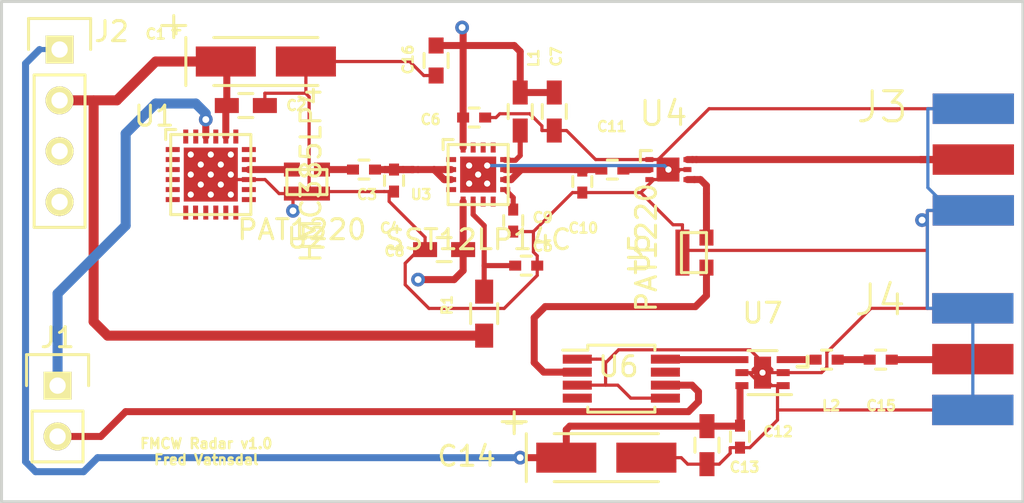
<source format=kicad_pcb>
(kicad_pcb (version 20171130) (host pcbnew "(5.1.12)-1")

  (general
    (thickness 1.6)
    (drawings 30)
    (tracks 312)
    (zones 0)
    (modules 30)
    (nets 25)
  )

  (page A4)
  (layers
    (0 F.Cu signal)
    (1 In1.Cu signal)
    (2 In2.Cu signal)
    (31 B.Cu signal)
    (32 B.Adhes user hide)
    (33 F.Adhes user hide)
    (34 B.Paste user hide)
    (35 F.Paste user hide)
    (36 B.SilkS user hide)
    (37 F.SilkS user hide)
    (38 B.Mask user hide)
    (39 F.Mask user hide)
    (44 Edge.Cuts user)
  )

  (setup
    (last_trace_width 0.16)
    (user_trace_width 0.256)
    (user_trace_width 0.350256)
    (user_trace_width 0.5)
    (trace_clearance 0.16)
    (zone_clearance 0.508)
    (zone_45_only yes)
    (trace_min 0.153)
    (via_size 0.69)
    (via_drill 0.34)
    (via_min_size 0.69)
    (via_min_drill 0.34)
    (uvia_size 0.69)
    (uvia_drill 0.34)
    (uvias_allowed no)
    (uvia_min_size 0.69)
    (uvia_min_drill 0.34)
    (edge_width 0.15)
    (segment_width 0.6)
    (pcb_text_width 0.3)
    (pcb_text_size 0.5 0.5)
    (mod_edge_width 0.15)
    (mod_text_size 0.5 0.5)
    (mod_text_width 0.15)
    (pad_size 1.397 1.397)
    (pad_drill 0.8128)
    (pad_to_mask_clearance 0)
    (pad_to_paste_clearance_ratio -0.05)
    (aux_axis_origin 0 0)
    (visible_elements 7FFEFFFF)
    (pcbplotparams
      (layerselection 0x010fc_80000007)
      (usegerberextensions true)
      (usegerberattributes true)
      (usegerberadvancedattributes true)
      (creategerberjobfile true)
      (excludeedgelayer true)
      (linewidth 0.100000)
      (plotframeref false)
      (viasonmask false)
      (mode 1)
      (useauxorigin false)
      (hpglpennumber 1)
      (hpglpenspeed 20)
      (hpglpendiameter 15.000000)
      (psnegative false)
      (psa4output false)
      (plotreference true)
      (plotvalue false)
      (plotinvisibletext false)
      (padsonsilk false)
      (subtractmaskfromsilk false)
      (outputformat 1)
      (mirror false)
      (drillshape 0)
      (scaleselection 1)
      (outputdirectory "C:/Users/fwv1/Desktop/fmcw_gerber/"))
  )

  (net 0 "")
  (net 1 GND)
  (net 2 /3V)
  (net 3 "Net-(C3-Pad1)")
  (net 4 "Net-(C3-Pad2)")
  (net 5 "Net-(C5-Pad1)")
  (net 6 /3.3V)
  (net 7 "Net-(C9-Pad1)")
  (net 8 "Net-(C10-Pad1)")
  (net 9 "Net-(C11-Pad1)")
  (net 10 /3V/5V)
  (net 11 "Net-(C15-Pad1)")
  (net 12 "Net-(C15-Pad2)")
  (net 13 /VTUNE)
  (net 14 /IF_OUT)
  (net 15 "Net-(J3-Pad1)")
  (net 16 "Net-(L1-Pad2)")
  (net 17 "Net-(L2-Pad1)")
  (net 18 "Net-(U1-Pad16)")
  (net 19 "Net-(U3-Pad7)")
  (net 20 "Net-(U4-Pad4)")
  (net 21 "Net-(U5-Pad2)")
  (net 22 "Net-(U6-Pad8)")
  (net 23 "Net-(U6-Pad4)")
  (net 24 "Net-(U6-Pad7)")

  (net_class Default "This is the default net class."
    (clearance 0.16)
    (trace_width 0.16)
    (via_dia 0.69)
    (via_drill 0.34)
    (uvia_dia 0.69)
    (uvia_drill 0.34)
    (add_net /3.3V)
    (add_net /3V)
    (add_net /3V/5V)
    (add_net /IF_OUT)
    (add_net /VTUNE)
    (add_net GND)
    (add_net "Net-(C10-Pad1)")
    (add_net "Net-(C11-Pad1)")
    (add_net "Net-(C15-Pad1)")
    (add_net "Net-(C15-Pad2)")
    (add_net "Net-(C3-Pad1)")
    (add_net "Net-(C3-Pad2)")
    (add_net "Net-(C5-Pad1)")
    (add_net "Net-(C9-Pad1)")
    (add_net "Net-(J3-Pad1)")
    (add_net "Net-(L1-Pad2)")
    (add_net "Net-(L2-Pad1)")
    (add_net "Net-(U1-Pad16)")
    (add_net "Net-(U3-Pad7)")
    (add_net "Net-(U4-Pad4)")
    (add_net "Net-(U5-Pad2)")
    (add_net "Net-(U6-Pad4)")
    (add_net "Net-(U6-Pad7)")
    (add_net "Net-(U6-Pad8)")
  )

  (module Housings_SSOP:MSOP-8_3x3mm_Pitch0.65mm (layer F.Cu) (tedit 56AD0762) (tstamp 56A795DD)
    (at 155.95 51.85)
    (descr "8-Lead Plastic Micro Small Outline Package (MS) [MSOP] (see Microchip Packaging Specification 00000049BS.pdf)")
    (tags "SSOP 0.65")
    (path /56A44A3E)
    (attr smd)
    (fp_text reference U6 (at -0.15 -0.6) (layer F.SilkS)
      (effects (font (size 1 1) (thickness 0.15)))
    )
    (fp_text value HMC272AMS8 (at 0 2.6) (layer F.Fab)
      (effects (font (size 1 1) (thickness 0.15)))
    )
    (fp_line (start -3.2 -1.85) (end -3.2 1.85) (layer F.CrtYd) (width 0.05))
    (fp_line (start 3.2 -1.85) (end 3.2 1.85) (layer F.CrtYd) (width 0.05))
    (fp_line (start -3.2 -1.85) (end 3.2 -1.85) (layer F.CrtYd) (width 0.05))
    (fp_line (start -3.2 1.85) (end 3.2 1.85) (layer F.CrtYd) (width 0.05))
    (fp_line (start -1.675 -1.675) (end -1.675 -1.425) (layer F.SilkS) (width 0.15))
    (fp_line (start 1.675 -1.675) (end 1.675 -1.425) (layer F.SilkS) (width 0.15))
    (fp_line (start 1.675 1.675) (end 1.675 1.425) (layer F.SilkS) (width 0.15))
    (fp_line (start -1.675 1.675) (end -1.675 1.425) (layer F.SilkS) (width 0.15))
    (fp_line (start -1.675 -1.675) (end 1.675 -1.675) (layer F.SilkS) (width 0.15))
    (fp_line (start -1.675 1.675) (end 1.675 1.675) (layer F.SilkS) (width 0.15))
    (fp_line (start -1.675 -1.425) (end -2.925 -1.425) (layer F.SilkS) (width 0.15))
    (pad 1 smd rect (at -2.2 -0.975) (size 1.45 0.45) (layers F.Cu F.Paste F.Mask)
      (net 1 GND))
    (pad 2 smd rect (at -2.2 -0.325) (size 1.45 0.45) (layers F.Cu F.Paste F.Mask)
      (net 21 "Net-(U5-Pad2)"))
    (pad 3 smd rect (at -2.2 0.325) (size 1.45 0.45) (layers F.Cu F.Paste F.Mask)
      (net 1 GND))
    (pad 4 smd rect (at -2.2 0.975) (size 1.45 0.45) (layers F.Cu F.Paste F.Mask)
      (net 23 "Net-(U6-Pad4)"))
    (pad 5 smd rect (at 2.2 0.975) (size 1.45 0.45) (layers F.Cu F.Paste F.Mask)
      (net 1 GND))
    (pad 6 smd rect (at 2.2 0.325) (size 1.45 0.45) (layers F.Cu F.Paste F.Mask)
      (net 14 /IF_OUT))
    (pad 7 smd rect (at 2.2 -0.325) (size 1.45 0.45) (layers F.Cu F.Paste F.Mask)
      (net 24 "Net-(U6-Pad7)"))
    (pad 8 smd rect (at 2.2 -0.975) (size 1.45 0.45) (layers F.Cu F.Paste F.Mask)
      (net 22 "Net-(U6-Pad8)"))
    (model Housings_SSOP.3dshapes/MSOP-8_3x3mm_Pitch0.65mm.wrl
      (at (xyz 0 0 0))
      (scale (xyz 1 1 1))
      (rotate (xyz 0 0 0))
    )
  )

  (module Capacitors_Tantalum_SMD:TantalC_SizeA_EIA-3216_HandSoldering (layer F.Cu) (tedit 56AD0903) (tstamp 56A794C6)
    (at 138.2 36)
    (descr "Tantal Cap. , Size A, EIA-3216, Hand Soldering,")
    (tags "Tantal Cap. , Size A, EIA-3216, Hand Soldering,")
    (path /56A46A81)
    (attr smd)
    (fp_text reference C1 (at -5.5 -1.375) (layer F.SilkS)
      (effects (font (size 0.5 0.5) (thickness 0.125)))
    )
    (fp_text value 4.7uF (at -0.09906 3.0988) (layer F.Fab)
      (effects (font (size 1 1) (thickness 0.15)))
    )
    (fp_line (start -2.60096 1.19888) (end 2.60096 1.19888) (layer F.SilkS) (width 0.15))
    (fp_line (start 2.60096 -1.19888) (end -2.60096 -1.19888) (layer F.SilkS) (width 0.15))
    (fp_line (start -4.59994 -2.2987) (end -4.59994 -1.19888) (layer F.SilkS) (width 0.15))
    (fp_line (start -5.19938 -1.79832) (end -4.0005 -1.79832) (layer F.SilkS) (width 0.15))
    (fp_line (start -3.99542 -1.19888) (end -3.99542 1.19888) (layer F.SilkS) (width 0.15))
    (fp_text user + (at -4.475 -1.6) (layer F.SilkS)
      (effects (font (size 0.5 0.5) (thickness 0.125)))
    )
    (pad 2 smd rect (at 1.99898 0) (size 2.99974 1.50114) (layers F.Cu F.Paste F.Mask)
      (net 1 GND))
    (pad 1 smd rect (at -1.99898 0) (size 2.99974 1.50114) (layers F.Cu F.Paste F.Mask)
      (net 2 /3V))
    (model Capacitors_Tantalum_SMD.3dshapes/TantalC_SizeA_EIA-3216_HandSoldering.wrl
      (at (xyz 0 0 0))
      (scale (xyz 1 1 1))
      (rotate (xyz 0 0 180))
    )
  )

  (module Capacitors_SMD:C_0603_HandSoldering (layer F.Cu) (tedit 56AD090F) (tstamp 56A794CC)
    (at 137.2 38.2)
    (descr "Capacitor SMD 0603, hand soldering")
    (tags "capacitor 0603")
    (path /56A46B34)
    (attr smd)
    (fp_text reference C2 (at 2.525 0) (layer F.SilkS)
      (effects (font (size 0.5 0.5) (thickness 0.125)))
    )
    (fp_text value 10nF (at 0 1.9) (layer F.Fab)
      (effects (font (size 1 1) (thickness 0.15)))
    )
    (fp_line (start -1.85 -0.75) (end 1.85 -0.75) (layer F.CrtYd) (width 0.05))
    (fp_line (start -1.85 0.75) (end 1.85 0.75) (layer F.CrtYd) (width 0.05))
    (fp_line (start -1.85 -0.75) (end -1.85 0.75) (layer F.CrtYd) (width 0.05))
    (fp_line (start 1.85 -0.75) (end 1.85 0.75) (layer F.CrtYd) (width 0.05))
    (fp_line (start -0.35 -0.6) (end 0.35 -0.6) (layer F.SilkS) (width 0.15))
    (fp_line (start 0.35 0.6) (end -0.35 0.6) (layer F.SilkS) (width 0.15))
    (pad 1 smd rect (at -0.95 0) (size 1.2 0.75) (layers F.Cu F.Paste F.Mask)
      (net 2 /3V))
    (pad 2 smd rect (at 0.95 0) (size 1.2 0.75) (layers F.Cu F.Paste F.Mask)
      (net 1 GND))
    (model Capacitors_SMD.3dshapes/C_0603_HandSoldering.wrl
      (at (xyz 0 0 0))
      (scale (xyz 1 1 1))
      (rotate (xyz 0 0 0))
    )
  )

  (module Capacitors_SMD:C_0402 (layer F.Cu) (tedit 56AD0813) (tstamp 56A794D2)
    (at 143.1 41.4 180)
    (descr "Capacitor SMD 0402, reflow soldering, AVX (see smccp.pdf)")
    (tags "capacitor 0402")
    (path /56A63498)
    (attr smd)
    (fp_text reference C3 (at -0.15 -1.25 180) (layer F.SilkS)
      (effects (font (size 0.5 0.5) (thickness 0.125)))
    )
    (fp_text value 47pF (at 0 1.7 180) (layer F.Fab)
      (effects (font (size 1 1) (thickness 0.15)))
    )
    (fp_line (start -1.15 -0.6) (end 1.15 -0.6) (layer F.CrtYd) (width 0.05))
    (fp_line (start -1.15 0.6) (end 1.15 0.6) (layer F.CrtYd) (width 0.05))
    (fp_line (start -1.15 -0.6) (end -1.15 0.6) (layer F.CrtYd) (width 0.05))
    (fp_line (start 1.15 -0.6) (end 1.15 0.6) (layer F.CrtYd) (width 0.05))
    (fp_line (start 0.25 -0.475) (end -0.25 -0.475) (layer F.SilkS) (width 0.15))
    (fp_line (start -0.25 0.475) (end 0.25 0.475) (layer F.SilkS) (width 0.15))
    (pad 1 smd rect (at -0.55 0 180) (size 0.6 0.5) (layers F.Cu F.Paste F.Mask)
      (net 3 "Net-(C3-Pad1)"))
    (pad 2 smd rect (at 0.55 0 180) (size 0.6 0.5) (layers F.Cu F.Paste F.Mask)
      (net 4 "Net-(C3-Pad2)"))
    (model Capacitors_SMD.3dshapes/C_0402.wrl
      (at (xyz 0 0 0))
      (scale (xyz 1 1 1))
      (rotate (xyz 0 0 0))
    )
  )

  (module Capacitors_SMD:C_0402 (layer F.Cu) (tedit 56AD0837) (tstamp 56A794D8)
    (at 144.6 41.95 270)
    (descr "Capacitor SMD 0402, reflow soldering, AVX (see smccp.pdf)")
    (tags "capacitor 0402")
    (path /56A634E7)
    (attr smd)
    (fp_text reference C4 (at 2.375 0.2) (layer F.SilkS)
      (effects (font (size 0.5 0.5) (thickness 0.125)))
    )
    (fp_text value 1.2pF (at 0 1.7 270) (layer F.Fab)
      (effects (font (size 1 1) (thickness 0.15)))
    )
    (fp_line (start -1.15 -0.6) (end 1.15 -0.6) (layer F.CrtYd) (width 0.05))
    (fp_line (start -1.15 0.6) (end 1.15 0.6) (layer F.CrtYd) (width 0.05))
    (fp_line (start -1.15 -0.6) (end -1.15 0.6) (layer F.CrtYd) (width 0.05))
    (fp_line (start 1.15 -0.6) (end 1.15 0.6) (layer F.CrtYd) (width 0.05))
    (fp_line (start 0.25 -0.475) (end -0.25 -0.475) (layer F.SilkS) (width 0.15))
    (fp_line (start -0.25 0.475) (end 0.25 0.475) (layer F.SilkS) (width 0.15))
    (pad 1 smd rect (at -0.55 0 270) (size 0.6 0.5) (layers F.Cu F.Paste F.Mask)
      (net 3 "Net-(C3-Pad1)"))
    (pad 2 smd rect (at 0.55 0 270) (size 0.6 0.5) (layers F.Cu F.Paste F.Mask)
      (net 1 GND))
    (model Capacitors_SMD.3dshapes/C_0402.wrl
      (at (xyz 0 0 0))
      (scale (xyz 1 1 1))
      (rotate (xyz 0 0 0))
    )
  )

  (module Capacitors_SMD:C_0402 (layer F.Cu) (tedit 56AD0871) (tstamp 56A794DE)
    (at 151.2 46.2)
    (descr "Capacitor SMD 0402, reflow soldering, AVX (see smccp.pdf)")
    (tags "capacitor 0402")
    (path /56A65893)
    (attr smd)
    (fp_text reference C5 (at 0.825 -0.975) (layer F.SilkS)
      (effects (font (size 0.5 0.5) (thickness 0.125)))
    )
    (fp_text value 100pF (at 0 1.7) (layer F.Fab)
      (effects (font (size 1 1) (thickness 0.15)))
    )
    (fp_line (start -1.15 -0.6) (end 1.15 -0.6) (layer F.CrtYd) (width 0.05))
    (fp_line (start -1.15 0.6) (end 1.15 0.6) (layer F.CrtYd) (width 0.05))
    (fp_line (start -1.15 -0.6) (end -1.15 0.6) (layer F.CrtYd) (width 0.05))
    (fp_line (start 1.15 -0.6) (end 1.15 0.6) (layer F.CrtYd) (width 0.05))
    (fp_line (start 0.25 -0.475) (end -0.25 -0.475) (layer F.SilkS) (width 0.15))
    (fp_line (start -0.25 0.475) (end 0.25 0.475) (layer F.SilkS) (width 0.15))
    (pad 1 smd rect (at -0.55 0) (size 0.6 0.5) (layers F.Cu F.Paste F.Mask)
      (net 5 "Net-(C5-Pad1)"))
    (pad 2 smd rect (at 0.55 0) (size 0.6 0.5) (layers F.Cu F.Paste F.Mask)
      (net 1 GND))
    (model Capacitors_SMD.3dshapes/C_0402.wrl
      (at (xyz 0 0 0))
      (scale (xyz 1 1 1))
      (rotate (xyz 0 0 0))
    )
  )

  (module Capacitors_SMD:C_0402 (layer F.Cu) (tedit 56AD0920) (tstamp 56A794E4)
    (at 148.6 38.8)
    (descr "Capacitor SMD 0402, reflow soldering, AVX (see smccp.pdf)")
    (tags "capacitor 0402")
    (path /56A5A2F7)
    (attr smd)
    (fp_text reference C6 (at -2.175 0.1) (layer F.SilkS)
      (effects (font (size 0.5 0.5) (thickness 0.125)))
    )
    (fp_text value 100pF (at 0 1.7) (layer F.Fab)
      (effects (font (size 1 1) (thickness 0.15)))
    )
    (fp_line (start -1.15 -0.6) (end 1.15 -0.6) (layer F.CrtYd) (width 0.05))
    (fp_line (start -1.15 0.6) (end 1.15 0.6) (layer F.CrtYd) (width 0.05))
    (fp_line (start -1.15 -0.6) (end -1.15 0.6) (layer F.CrtYd) (width 0.05))
    (fp_line (start 1.15 -0.6) (end 1.15 0.6) (layer F.CrtYd) (width 0.05))
    (fp_line (start 0.25 -0.475) (end -0.25 -0.475) (layer F.SilkS) (width 0.15))
    (fp_line (start -0.25 0.475) (end 0.25 0.475) (layer F.SilkS) (width 0.15))
    (pad 1 smd rect (at -0.55 0) (size 0.6 0.5) (layers F.Cu F.Paste F.Mask)
      (net 6 /3.3V))
    (pad 2 smd rect (at 0.55 0) (size 0.6 0.5) (layers F.Cu F.Paste F.Mask)
      (net 1 GND))
    (model Capacitors_SMD.3dshapes/C_0402.wrl
      (at (xyz 0 0 0))
      (scale (xyz 1 1 1))
      (rotate (xyz 0 0 0))
    )
  )

  (module Capacitors_SMD:C_0603_HandSoldering (layer F.Cu) (tedit 56AD0939) (tstamp 56A794EA)
    (at 152.6 38.5 270)
    (descr "Capacitor SMD 0603, hand soldering")
    (tags "capacitor 0603")
    (path /56A5A2B6)
    (attr smd)
    (fp_text reference C7 (at -2.75 -0.1 270) (layer F.SilkS)
      (effects (font (size 0.5 0.5) (thickness 0.125)))
    )
    (fp_text value 0.1uF (at 0 1.9 270) (layer F.Fab)
      (effects (font (size 1 1) (thickness 0.15)))
    )
    (fp_line (start -1.85 -0.75) (end 1.85 -0.75) (layer F.CrtYd) (width 0.05))
    (fp_line (start -1.85 0.75) (end 1.85 0.75) (layer F.CrtYd) (width 0.05))
    (fp_line (start -1.85 -0.75) (end -1.85 0.75) (layer F.CrtYd) (width 0.05))
    (fp_line (start 1.85 -0.75) (end 1.85 0.75) (layer F.CrtYd) (width 0.05))
    (fp_line (start -0.35 -0.6) (end 0.35 -0.6) (layer F.SilkS) (width 0.15))
    (fp_line (start 0.35 0.6) (end -0.35 0.6) (layer F.SilkS) (width 0.15))
    (pad 1 smd rect (at -0.95 0 270) (size 1.2 0.75) (layers F.Cu F.Paste F.Mask)
      (net 6 /3.3V))
    (pad 2 smd rect (at 0.95 0 270) (size 1.2 0.75) (layers F.Cu F.Paste F.Mask)
      (net 1 GND))
    (model Capacitors_SMD.3dshapes/C_0603_HandSoldering.wrl
      (at (xyz 0 0 0))
      (scale (xyz 1 1 1))
      (rotate (xyz 0 0 0))
    )
  )

  (module Capacitors_SMD:C_0603_HandSoldering (layer F.Cu) (tedit 56AD0849) (tstamp 56A794F0)
    (at 147.1 45.4 180)
    (descr "Capacitor SMD 0603, hand soldering")
    (tags "capacitor 0603")
    (path /56A5A1ED)
    (attr smd)
    (fp_text reference C8 (at 2.475 -0.075 180) (layer F.SilkS)
      (effects (font (size 0.5 0.5) (thickness 0.125)))
    )
    (fp_text value 0.1uF (at 0 1.9 180) (layer F.Fab)
      (effects (font (size 1 1) (thickness 0.15)))
    )
    (fp_line (start -1.85 -0.75) (end 1.85 -0.75) (layer F.CrtYd) (width 0.05))
    (fp_line (start -1.85 0.75) (end 1.85 0.75) (layer F.CrtYd) (width 0.05))
    (fp_line (start -1.85 -0.75) (end -1.85 0.75) (layer F.CrtYd) (width 0.05))
    (fp_line (start 1.85 -0.75) (end 1.85 0.75) (layer F.CrtYd) (width 0.05))
    (fp_line (start -0.35 -0.6) (end 0.35 -0.6) (layer F.SilkS) (width 0.15))
    (fp_line (start 0.35 0.6) (end -0.35 0.6) (layer F.SilkS) (width 0.15))
    (pad 1 smd rect (at -0.95 0 180) (size 1.2 0.75) (layers F.Cu F.Paste F.Mask)
      (net 6 /3.3V))
    (pad 2 smd rect (at 0.95 0 180) (size 1.2 0.75) (layers F.Cu F.Paste F.Mask)
      (net 1 GND))
    (model Capacitors_SMD.3dshapes/C_0603_HandSoldering.wrl
      (at (xyz 0 0 0))
      (scale (xyz 1 1 1))
      (rotate (xyz 0 0 0))
    )
  )

  (module Capacitors_SMD:C_0402 (layer F.Cu) (tedit 56AD0866) (tstamp 56A794F6)
    (at 150.55 43.95 270)
    (descr "Capacitor SMD 0402, reflow soldering, AVX (see smccp.pdf)")
    (tags "capacitor 0402")
    (path /56A5D428)
    (attr smd)
    (fp_text reference C9 (at -0.15 -1.475) (layer F.SilkS)
      (effects (font (size 0.5 0.5) (thickness 0.125)))
    )
    (fp_text value 10pF (at 0 1.7 270) (layer F.Fab)
      (effects (font (size 1 1) (thickness 0.15)))
    )
    (fp_line (start -1.15 -0.6) (end 1.15 -0.6) (layer F.CrtYd) (width 0.05))
    (fp_line (start -1.15 0.6) (end 1.15 0.6) (layer F.CrtYd) (width 0.05))
    (fp_line (start -1.15 -0.6) (end -1.15 0.6) (layer F.CrtYd) (width 0.05))
    (fp_line (start 1.15 -0.6) (end 1.15 0.6) (layer F.CrtYd) (width 0.05))
    (fp_line (start 0.25 -0.475) (end -0.25 -0.475) (layer F.SilkS) (width 0.15))
    (fp_line (start -0.25 0.475) (end 0.25 0.475) (layer F.SilkS) (width 0.15))
    (pad 1 smd rect (at -0.55 0 270) (size 0.6 0.5) (layers F.Cu F.Paste F.Mask)
      (net 7 "Net-(C9-Pad1)"))
    (pad 2 smd rect (at 0.55 0 270) (size 0.6 0.5) (layers F.Cu F.Paste F.Mask)
      (net 1 GND))
    (model Capacitors_SMD.3dshapes/C_0402.wrl
      (at (xyz 0 0 0))
      (scale (xyz 1 1 1))
      (rotate (xyz 0 0 0))
    )
  )

  (module Capacitors_SMD:C_0402 (layer F.Cu) (tedit 56AD0891) (tstamp 56A79502)
    (at 155.5 41.4 180)
    (descr "Capacitor SMD 0402, reflow soldering, AVX (see smccp.pdf)")
    (tags "capacitor 0402")
    (path /56A63096)
    (attr smd)
    (fp_text reference C11 (at 0.025 2.15 180) (layer F.SilkS)
      (effects (font (size 0.5 0.5) (thickness 0.125)))
    )
    (fp_text value 47pF (at 0 1.7 180) (layer F.Fab)
      (effects (font (size 1 1) (thickness 0.15)))
    )
    (fp_line (start -1.15 -0.6) (end 1.15 -0.6) (layer F.CrtYd) (width 0.05))
    (fp_line (start -1.15 0.6) (end 1.15 0.6) (layer F.CrtYd) (width 0.05))
    (fp_line (start -1.15 -0.6) (end -1.15 0.6) (layer F.CrtYd) (width 0.05))
    (fp_line (start 1.15 -0.6) (end 1.15 0.6) (layer F.CrtYd) (width 0.05))
    (fp_line (start 0.25 -0.475) (end -0.25 -0.475) (layer F.SilkS) (width 0.15))
    (fp_line (start -0.25 0.475) (end 0.25 0.475) (layer F.SilkS) (width 0.15))
    (pad 1 smd rect (at -0.55 0 180) (size 0.6 0.5) (layers F.Cu F.Paste F.Mask)
      (net 9 "Net-(C11-Pad1)"))
    (pad 2 smd rect (at 0.55 0 180) (size 0.6 0.5) (layers F.Cu F.Paste F.Mask)
      (net 8 "Net-(C10-Pad1)"))
    (model Capacitors_SMD.3dshapes/C_0402.wrl
      (at (xyz 0 0 0))
      (scale (xyz 1 1 1))
      (rotate (xyz 0 0 0))
    )
  )

  (module Capacitors_SMD:C_0402 (layer F.Cu) (tedit 56AD08C4) (tstamp 56A79508)
    (at 161.875 54.75 270)
    (descr "Capacitor SMD 0402, reflow soldering, AVX (see smccp.pdf)")
    (tags "capacitor 0402")
    (path /56A4C56A)
    (attr smd)
    (fp_text reference C12 (at -0.25 -1.9) (layer F.SilkS)
      (effects (font (size 0.5 0.5) (thickness 0.125)))
    )
    (fp_text value 1nF (at 0 1.7 270) (layer F.Fab)
      (effects (font (size 1 1) (thickness 0.15)))
    )
    (fp_line (start -1.15 -0.6) (end 1.15 -0.6) (layer F.CrtYd) (width 0.05))
    (fp_line (start -1.15 0.6) (end 1.15 0.6) (layer F.CrtYd) (width 0.05))
    (fp_line (start -1.15 -0.6) (end -1.15 0.6) (layer F.CrtYd) (width 0.05))
    (fp_line (start 1.15 -0.6) (end 1.15 0.6) (layer F.CrtYd) (width 0.05))
    (fp_line (start 0.25 -0.475) (end -0.25 -0.475) (layer F.SilkS) (width 0.15))
    (fp_line (start -0.25 0.475) (end 0.25 0.475) (layer F.SilkS) (width 0.15))
    (pad 1 smd rect (at -0.55 0 270) (size 0.6 0.5) (layers F.Cu F.Paste F.Mask)
      (net 10 /3V/5V))
    (pad 2 smd rect (at 0.55 0 270) (size 0.6 0.5) (layers F.Cu F.Paste F.Mask)
      (net 1 GND))
    (model Capacitors_SMD.3dshapes/C_0402.wrl
      (at (xyz 0 0 0))
      (scale (xyz 1 1 1))
      (rotate (xyz 0 0 0))
    )
  )

  (module Capacitors_SMD:C_0603_HandSoldering (layer F.Cu) (tedit 56AD08CF) (tstamp 56A7950E)
    (at 160.225 55.175 270)
    (descr "Capacitor SMD 0603, hand soldering")
    (tags "capacitor 0603")
    (path /56A4C5AD)
    (attr smd)
    (fp_text reference C13 (at 1.1 -1.875) (layer F.SilkS)
      (effects (font (size 0.5 0.5) (thickness 0.125)))
    )
    (fp_text value 10nF (at 0 1.9 270) (layer F.Fab)
      (effects (font (size 1 1) (thickness 0.15)))
    )
    (fp_line (start -1.85 -0.75) (end 1.85 -0.75) (layer F.CrtYd) (width 0.05))
    (fp_line (start -1.85 0.75) (end 1.85 0.75) (layer F.CrtYd) (width 0.05))
    (fp_line (start -1.85 -0.75) (end -1.85 0.75) (layer F.CrtYd) (width 0.05))
    (fp_line (start 1.85 -0.75) (end 1.85 0.75) (layer F.CrtYd) (width 0.05))
    (fp_line (start -0.35 -0.6) (end 0.35 -0.6) (layer F.SilkS) (width 0.15))
    (fp_line (start 0.35 0.6) (end -0.35 0.6) (layer F.SilkS) (width 0.15))
    (pad 1 smd rect (at -0.95 0 270) (size 1.2 0.75) (layers F.Cu F.Paste F.Mask)
      (net 10 /3V/5V))
    (pad 2 smd rect (at 0.95 0 270) (size 1.2 0.75) (layers F.Cu F.Paste F.Mask)
      (net 1 GND))
    (model Capacitors_SMD.3dshapes/C_0603_HandSoldering.wrl
      (at (xyz 0 0 0))
      (scale (xyz 1 1 1))
      (rotate (xyz 0 0 0))
    )
  )

  (module Capacitors_Tantalum_SMD:TantalC_SizeA_EIA-3216_HandSoldering (layer F.Cu) (tedit 56AD08DA) (tstamp 56A79514)
    (at 155.2 55.8)
    (descr "Tantal Cap. , Size A, EIA-3216, Hand Soldering,")
    (tags "Tantal Cap. , Size A, EIA-3216, Hand Soldering,")
    (path /56A4C5DA)
    (attr smd)
    (fp_text reference C14 (at -6.975 -0.075) (layer F.SilkS)
      (effects (font (size 1 1) (thickness 0.15)))
    )
    (fp_text value 2.2uF (at -0.09906 3.0988) (layer F.Fab)
      (effects (font (size 1 1) (thickness 0.15)))
    )
    (fp_line (start -2.60096 1.19888) (end 2.60096 1.19888) (layer F.SilkS) (width 0.15))
    (fp_line (start 2.60096 -1.19888) (end -2.60096 -1.19888) (layer F.SilkS) (width 0.15))
    (fp_line (start -4.59994 -2.2987) (end -4.59994 -1.19888) (layer F.SilkS) (width 0.15))
    (fp_line (start -5.19938 -1.79832) (end -4.0005 -1.79832) (layer F.SilkS) (width 0.15))
    (fp_line (start -3.99542 -1.19888) (end -3.99542 1.19888) (layer F.SilkS) (width 0.15))
    (fp_text user + (at -4.59994 -1.80086) (layer F.SilkS)
      (effects (font (size 1 1) (thickness 0.15)))
    )
    (pad 2 smd rect (at 1.99898 0) (size 2.99974 1.50114) (layers F.Cu F.Paste F.Mask)
      (net 1 GND))
    (pad 1 smd rect (at -1.99898 0) (size 2.99974 1.50114) (layers F.Cu F.Paste F.Mask)
      (net 10 /3V/5V))
    (model Capacitors_Tantalum_SMD.3dshapes/TantalC_SizeA_EIA-3216_HandSoldering.wrl
      (at (xyz 0 0 0))
      (scale (xyz 1 1 1))
      (rotate (xyz 0 0 180))
    )
  )

  (module Capacitors_SMD:C_0402 (layer F.Cu) (tedit 56AD08B9) (tstamp 56A7951A)
    (at 168.9 50.9 180)
    (descr "Capacitor SMD 0402, reflow soldering, AVX (see smccp.pdf)")
    (tags "capacitor 0402")
    (path /56A4C053)
    (attr smd)
    (fp_text reference C15 (at -0.025 -2.3 180) (layer F.SilkS)
      (effects (font (size 0.5 0.5) (thickness 0.125)))
    )
    (fp_text value 2.7pF (at 0 1.7 180) (layer F.Fab)
      (effects (font (size 1 1) (thickness 0.15)))
    )
    (fp_line (start -1.15 -0.6) (end 1.15 -0.6) (layer F.CrtYd) (width 0.05))
    (fp_line (start -1.15 0.6) (end 1.15 0.6) (layer F.CrtYd) (width 0.05))
    (fp_line (start -1.15 -0.6) (end -1.15 0.6) (layer F.CrtYd) (width 0.05))
    (fp_line (start 1.15 -0.6) (end 1.15 0.6) (layer F.CrtYd) (width 0.05))
    (fp_line (start 0.25 -0.475) (end -0.25 -0.475) (layer F.SilkS) (width 0.15))
    (fp_line (start -0.25 0.475) (end 0.25 0.475) (layer F.SilkS) (width 0.15))
    (pad 1 smd rect (at -0.55 0 180) (size 0.6 0.5) (layers F.Cu F.Paste F.Mask)
      (net 11 "Net-(C15-Pad1)"))
    (pad 2 smd rect (at 0.55 0 180) (size 0.6 0.5) (layers F.Cu F.Paste F.Mask)
      (net 12 "Net-(C15-Pad2)"))
    (model Capacitors_SMD.3dshapes/C_0402.wrl
      (at (xyz 0 0 0))
      (scale (xyz 1 1 1))
      (rotate (xyz 0 0 0))
    )
  )

  (module Pin_Headers:Pin_Header_Straight_1x02 (layer F.Cu) (tedit 56ABEA74) (tstamp 56A7952B)
    (at 127.8 52.2)
    (descr "Through hole pin header")
    (tags "pin header")
    (path /56A877A7)
    (fp_text reference J1 (at 0 -2.4) (layer F.SilkS)
      (effects (font (size 1 1) (thickness 0.15)))
    )
    (fp_text value conn_2 (at 0 -3.1) (layer F.Fab)
      (effects (font (size 1 1) (thickness 0.15)))
    )
    (fp_line (start 1.27 1.27) (end 1.27 3.81) (layer F.SilkS) (width 0.15))
    (fp_line (start 1.55 -1.55) (end 1.55 0) (layer F.SilkS) (width 0.15))
    (fp_line (start -1.75 -1.75) (end -1.75 4.3) (layer F.CrtYd) (width 0.05))
    (fp_line (start 1.75 -1.75) (end 1.75 4.3) (layer F.CrtYd) (width 0.05))
    (fp_line (start -1.75 -1.75) (end 1.75 -1.75) (layer F.CrtYd) (width 0.05))
    (fp_line (start -1.75 4.3) (end 1.75 4.3) (layer F.CrtYd) (width 0.05))
    (fp_line (start 1.27 1.27) (end -1.27 1.27) (layer F.SilkS) (width 0.15))
    (fp_line (start -1.55 0) (end -1.55 -1.55) (layer F.SilkS) (width 0.15))
    (fp_line (start -1.55 -1.55) (end 1.55 -1.55) (layer F.SilkS) (width 0.15))
    (fp_line (start -1.27 1.27) (end -1.27 3.81) (layer F.SilkS) (width 0.15))
    (fp_line (start -1.27 3.81) (end 1.27 3.81) (layer F.SilkS) (width 0.15))
    (pad 1 thru_hole rect (at 0 0) (size 1.397 1.397) (drill 0.8128) (layers *.Cu *.Mask F.SilkS)
      (net 13 /VTUNE))
    (pad 2 thru_hole circle (at 0 2.54) (size 1.397 1.397) (drill 0.8128) (layers *.Cu *.Mask F.SilkS)
      (net 14 /IF_OUT))
    (model Pin_Headers.3dshapes/Pin_Header_Straight_1x02.wrl
      (offset (xyz 0 -1.269999980926514 0))
      (scale (xyz 1 1 1))
      (rotate (xyz 0 0 90))
    )
  )

  (module Pin_Headers:Pin_Header_Straight_1x04 (layer F.Cu) (tedit 56ABEA4B) (tstamp 56A7953E)
    (at 127.9 35.4)
    (descr "Through hole pin header")
    (tags "pin header")
    (path /56A87D22)
    (fp_text reference J2 (at 2.6 -0.9) (layer F.SilkS)
      (effects (font (size 1 1) (thickness 0.15)))
    )
    (fp_text value conn_4 (at 0 -3.1) (layer F.Fab)
      (effects (font (size 1 1) (thickness 0.15)))
    )
    (fp_line (start -1.75 -1.75) (end -1.75 9.4) (layer F.CrtYd) (width 0.05))
    (fp_line (start 1.75 -1.75) (end 1.75 9.4) (layer F.CrtYd) (width 0.05))
    (fp_line (start -1.75 -1.75) (end 1.75 -1.75) (layer F.CrtYd) (width 0.05))
    (fp_line (start -1.75 9.4) (end 1.75 9.4) (layer F.CrtYd) (width 0.05))
    (fp_line (start -1.27 1.27) (end -1.27 8.89) (layer F.SilkS) (width 0.15))
    (fp_line (start 1.27 1.27) (end 1.27 8.89) (layer F.SilkS) (width 0.15))
    (fp_line (start 1.55 -1.55) (end 1.55 0) (layer F.SilkS) (width 0.15))
    (fp_line (start -1.27 8.89) (end 1.27 8.89) (layer F.SilkS) (width 0.15))
    (fp_line (start 1.27 1.27) (end -1.27 1.27) (layer F.SilkS) (width 0.15))
    (fp_line (start -1.55 0) (end -1.55 -1.55) (layer F.SilkS) (width 0.15))
    (fp_line (start -1.55 -1.55) (end 1.55 -1.55) (layer F.SilkS) (width 0.15))
    (pad 1 thru_hole rect (at 0 0) (size 1.397 1.397) (drill 0.8128) (layers *.Cu *.Mask F.SilkS)
      (net 10 /3V/5V))
    (pad 2 thru_hole circle (at 0 2.54) (size 1.397 1.397) (drill 0.8128) (layers *.Cu *.Mask F.SilkS)
      (net 2 /3V))
    (pad 3 thru_hole circle (at 0 5.08) (size 1.397 1.397) (drill 0.8128) (layers *.Cu *.Mask F.SilkS)
      (net 6 /3.3V))
    (pad 4 thru_hole circle (at 0 7.62) (size 1.397 1.397) (drill 0.8128) (layers *.Cu *.Mask F.SilkS)
      (net 1 GND))
    (model Pin_Headers.3dshapes/Pin_Header_Straight_1x04.wrl
      (offset (xyz 0 -3.809999942779541 0))
      (scale (xyz 1 1 1))
      (rotate (xyz 0 0 90))
    )
  )

  (module footprints:CONSMA003.062 (layer F.Cu) (tedit 56AD076C) (tstamp 56A79547)
    (at 173.525 40.9)
    (path /56A7A1FD)
    (fp_text reference J3 (at -4.55 -2.625) (layer F.SilkS)
      (effects (font (size 1.5 1.5) (thickness 0.15)))
    )
    (fp_text value conn_sma (at 0 -7.62) (layer F.SilkS) hide
      (effects (font (size 1.5 1.5) (thickness 0.15)))
    )
    (pad 1 smd rect (at 0 0) (size 4.06 1.52) (layers F.Cu F.Paste F.Mask)
      (net 15 "Net-(J3-Pad1)"))
    (pad 2 smd rect (at 0 -2.54) (size 4.06 1.52) (layers F.Cu F.Paste F.Mask)
      (net 1 GND))
    (pad 2 smd rect (at 0 2.54) (size 4.06 1.52) (layers F.Cu F.Paste F.Mask)
      (net 1 GND))
    (pad 2 smd rect (at 0 -2.54) (size 4.06 1.52) (layers B.Cu B.Paste B.Mask)
      (net 1 GND))
    (pad 2 smd rect (at 0 2.54) (size 4.06 1.52) (layers B.Cu B.Paste B.Mask)
      (net 1 GND))
  )

  (module footprints:CONSMA003.062 (layer F.Cu) (tedit 56AD0769) (tstamp 56A79550)
    (at 173.5 50.875)
    (path /56A7A282)
    (fp_text reference J4 (at -4.625 -2.95) (layer F.SilkS)
      (effects (font (size 1.5 1.5) (thickness 0.15)))
    )
    (fp_text value conn_sma (at 0 -7.62) (layer F.SilkS) hide
      (effects (font (size 1.5 1.5) (thickness 0.15)))
    )
    (pad 1 smd rect (at 0 0) (size 4.06 1.52) (layers F.Cu F.Paste F.Mask)
      (net 11 "Net-(C15-Pad1)"))
    (pad 2 smd rect (at 0 -2.54) (size 4.06 1.52) (layers F.Cu F.Paste F.Mask)
      (net 1 GND))
    (pad 2 smd rect (at 0 2.54) (size 4.06 1.52) (layers F.Cu F.Paste F.Mask)
      (net 1 GND))
    (pad 2 smd rect (at 0 -2.54) (size 4.06 1.52) (layers B.Cu B.Paste B.Mask)
      (net 1 GND))
    (pad 2 smd rect (at 0 2.54) (size 4.06 1.52) (layers B.Cu B.Paste B.Mask)
      (net 1 GND))
  )

  (module Capacitors_SMD:C_0603_HandSoldering (layer F.Cu) (tedit 56AD092F) (tstamp 56A79556)
    (at 150.9 38.5 270)
    (descr "Capacitor SMD 0603, hand soldering")
    (tags "capacitor 0603")
    (path /56A5A388)
    (attr smd)
    (fp_text reference L1 (at -2.675 -0.675 270) (layer F.SilkS)
      (effects (font (size 0.5 0.5) (thickness 0.125)))
    )
    (fp_text value 12nH (at 0 1.9 270) (layer F.Fab)
      (effects (font (size 1 1) (thickness 0.15)))
    )
    (fp_line (start -1.85 -0.75) (end 1.85 -0.75) (layer F.CrtYd) (width 0.05))
    (fp_line (start -1.85 0.75) (end 1.85 0.75) (layer F.CrtYd) (width 0.05))
    (fp_line (start -1.85 -0.75) (end -1.85 0.75) (layer F.CrtYd) (width 0.05))
    (fp_line (start 1.85 -0.75) (end 1.85 0.75) (layer F.CrtYd) (width 0.05))
    (fp_line (start -0.35 -0.6) (end 0.35 -0.6) (layer F.SilkS) (width 0.15))
    (fp_line (start 0.35 0.6) (end -0.35 0.6) (layer F.SilkS) (width 0.15))
    (pad 1 smd rect (at -0.95 0 270) (size 1.2 0.75) (layers F.Cu F.Paste F.Mask)
      (net 6 /3.3V))
    (pad 2 smd rect (at 0.95 0 270) (size 1.2 0.75) (layers F.Cu F.Paste F.Mask)
      (net 16 "Net-(L1-Pad2)"))
    (model Capacitors_SMD.3dshapes/C_0603_HandSoldering.wrl
      (at (xyz 0 0 0))
      (scale (xyz 1 1 1))
      (rotate (xyz 0 0 0))
    )
  )

  (module Capacitors_SMD:C_0402 (layer F.Cu) (tedit 56AD08AC) (tstamp 56A7955C)
    (at 166.2 50.9)
    (descr "Capacitor SMD 0402, reflow soldering, AVX (see smccp.pdf)")
    (tags "capacitor 0402")
    (path /56A4BFA0)
    (attr smd)
    (fp_text reference L2 (at 0.225 2.3) (layer F.SilkS)
      (effects (font (size 0.5 0.5) (thickness 0.125)))
    )
    (fp_text value 2.0nH (at 0 1.7) (layer F.Fab)
      (effects (font (size 1 1) (thickness 0.15)))
    )
    (fp_line (start -1.15 -0.6) (end 1.15 -0.6) (layer F.CrtYd) (width 0.05))
    (fp_line (start -1.15 0.6) (end 1.15 0.6) (layer F.CrtYd) (width 0.05))
    (fp_line (start -1.15 -0.6) (end -1.15 0.6) (layer F.CrtYd) (width 0.05))
    (fp_line (start 1.15 -0.6) (end 1.15 0.6) (layer F.CrtYd) (width 0.05))
    (fp_line (start 0.25 -0.475) (end -0.25 -0.475) (layer F.SilkS) (width 0.15))
    (fp_line (start -0.25 0.475) (end 0.25 0.475) (layer F.SilkS) (width 0.15))
    (pad 1 smd rect (at -0.55 0) (size 0.6 0.5) (layers F.Cu F.Paste F.Mask)
      (net 17 "Net-(L2-Pad1)"))
    (pad 2 smd rect (at 0.55 0) (size 0.6 0.5) (layers F.Cu F.Paste F.Mask)
      (net 12 "Net-(C15-Pad2)"))
    (model Capacitors_SMD.3dshapes/C_0402.wrl
      (at (xyz 0 0 0))
      (scale (xyz 1 1 1))
      (rotate (xyz 0 0 0))
    )
  )

  (module Resistors_SMD:R_0603_HandSoldering (layer F.Cu) (tedit 56AD0859) (tstamp 56A79568)
    (at 149.1 48.6 90)
    (descr "Resistor SMD 0603, hand soldering")
    (tags "resistor 0603")
    (path /56A65791)
    (attr smd)
    (fp_text reference R1 (at 0.425 -1.85 90) (layer F.SilkS)
      (effects (font (size 0.5 0.5) (thickness 0.125)))
    )
    (fp_text value 30 (at 0 1.9 90) (layer F.Fab)
      (effects (font (size 1 1) (thickness 0.15)))
    )
    (fp_line (start -2 -0.8) (end 2 -0.8) (layer F.CrtYd) (width 0.05))
    (fp_line (start -2 0.8) (end 2 0.8) (layer F.CrtYd) (width 0.05))
    (fp_line (start -2 -0.8) (end -2 0.8) (layer F.CrtYd) (width 0.05))
    (fp_line (start 2 -0.8) (end 2 0.8) (layer F.CrtYd) (width 0.05))
    (fp_line (start 0.5 0.675) (end -0.5 0.675) (layer F.SilkS) (width 0.15))
    (fp_line (start -0.5 -0.675) (end 0.5 -0.675) (layer F.SilkS) (width 0.15))
    (pad 1 smd rect (at -1.1 0 90) (size 1.2 0.9) (layers F.Cu F.Paste F.Mask)
      (net 2 /3V))
    (pad 2 smd rect (at 1.1 0 90) (size 1.2 0.9) (layers F.Cu F.Paste F.Mask)
      (net 5 "Net-(C5-Pad1)"))
    (model Resistors_SMD.3dshapes/R_0603_HandSoldering.wrl
      (at (xyz 0 0 0))
      (scale (xyz 1 1 1))
      (rotate (xyz 0 0 0))
    )
  )

  (module footprints:VQFN-24 (layer F.Cu) (tedit 56AD08DF) (tstamp 56A79592)
    (at 135.45 41.65 270)
    (path /56A43E86)
    (fp_text reference U1 (at -2.925 2.825) (layer F.SilkS)
      (effects (font (size 1 1) (thickness 0.15)))
    )
    (fp_text value HMC385LP4 (at 0 -5 270) (layer F.SilkS)
      (effects (font (size 1 1) (thickness 0.15)))
    )
    (fp_line (start -2.25 1.75) (end -2.25 2.25) (layer F.SilkS) (width 0.15))
    (fp_line (start -2.25 2.25) (end -1.75 2.25) (layer F.SilkS) (width 0.15))
    (fp_line (start -2 -2) (end 2 -2) (layer F.SilkS) (width 0.15))
    (fp_line (start 2 -2) (end 2 2) (layer F.SilkS) (width 0.15))
    (fp_line (start 2 2) (end -2 2) (layer F.SilkS) (width 0.15))
    (fp_line (start -2 2) (end -2 -2) (layer F.SilkS) (width 0.15))
    (pad 1 smd rect (at -1.25 1.9 270) (size 0.25 0.7) (layers F.Cu F.Paste F.Mask))
    (pad 2 smd rect (at -0.75 1.9 270) (size 0.25 0.7) (layers F.Cu F.Paste F.Mask))
    (pad 3 smd rect (at -0.25 1.9 270) (size 0.25 0.7) (layers F.Cu F.Paste F.Mask))
    (pad 4 smd rect (at 0.25 1.9 270) (size 0.25 0.7) (layers F.Cu F.Paste F.Mask))
    (pad 5 smd rect (at 0.75 1.9 270) (size 0.25 0.7) (layers F.Cu F.Paste F.Mask))
    (pad 6 smd rect (at 1.25 1.9 270) (size 0.25 0.7) (layers F.Cu F.Paste F.Mask))
    (pad 13 smd rect (at 1.25 -1.9 270) (size 0.25 0.7) (layers F.Cu F.Paste F.Mask))
    (pad 14 smd rect (at 0.75 -1.9 270) (size 0.25 0.7) (layers F.Cu F.Paste F.Mask))
    (pad 15 smd rect (at 0.25 -1.9 270) (size 0.25 0.7) (layers F.Cu F.Paste F.Mask)
      (net 1 GND))
    (pad 16 smd rect (at -0.25 -1.9 270) (size 0.25 0.7) (layers F.Cu F.Paste F.Mask)
      (net 18 "Net-(U1-Pad16)"))
    (pad 17 smd rect (at -0.75 -1.9 270) (size 0.25 0.7) (layers F.Cu F.Paste F.Mask))
    (pad 18 smd rect (at -1.25 -1.9 270) (size 0.25 0.7) (layers F.Cu F.Paste F.Mask))
    (pad 19 smd rect (at -1.9 -1.25) (size 0.25 0.7) (layers F.Cu F.Paste F.Mask))
    (pad 20 smd rect (at -1.9 -0.75) (size 0.25 0.7) (layers F.Cu F.Paste F.Mask)
      (net 2 /3V))
    (pad 21 smd rect (at -1.9 -0.25) (size 0.25 0.7) (layers F.Cu F.Paste F.Mask))
    (pad 22 smd rect (at -1.9 0.25) (size 0.25 0.7) (layers F.Cu F.Paste F.Mask)
      (net 13 /VTUNE))
    (pad 23 smd rect (at -1.9 0.75) (size 0.25 0.7) (layers F.Cu F.Paste F.Mask))
    (pad 7 smd rect (at 1.9 1.25) (size 0.25 0.7) (layers F.Cu F.Paste F.Mask))
    (pad 8 smd rect (at 1.9 0.76) (size 0.25 0.7) (layers F.Cu F.Paste F.Mask))
    (pad 9 smd rect (at 1.9 0.25) (size 0.25 0.7) (layers F.Cu F.Paste F.Mask))
    (pad 10 smd rect (at 1.9 -0.25) (size 0.25 0.7) (layers F.Cu F.Paste F.Mask))
    (pad 11 smd rect (at 1.9 -0.75) (size 0.25 0.7) (layers F.Cu F.Paste F.Mask))
    (pad 12 smd rect (at 1.9 -1.25) (size 0.25 0.7) (layers F.Cu F.Paste F.Mask))
    (pad 24 smd rect (at -1.9 1.25) (size 0.25 0.7) (layers F.Cu F.Paste F.Mask))
    (pad PAD smd rect (at 0 0 270) (size 2.7 2.7) (layers F.Cu F.Paste F.Mask)
      (net 1 GND))
    (pad PAD thru_hole circle (at 0 0 270) (size 0.3 0.3) (drill 0.3) (layers *.Cu *.Mask F.SilkS)
      (net 1 GND) (zone_connect 2))
    (pad PAD thru_hole circle (at -0.5 -0.5 270) (size 0.3 0.3) (drill 0.3) (layers *.Cu *.Mask F.SilkS)
      (net 1 GND) (zone_connect 2))
    (pad PAD thru_hole circle (at -1 -1 270) (size 0.3 0.3) (drill 0.3) (layers *.Cu *.Mask F.SilkS)
      (net 1 GND) (zone_connect 2))
    (pad PAD thru_hole circle (at 0 -1 270) (size 0.3 0.3) (drill 0.3) (layers *.Cu *.Mask F.SilkS)
      (net 1 GND) (zone_connect 2))
    (pad PAD thru_hole circle (at 1 -1 270) (size 0.3 0.3) (drill 0.3) (layers *.Cu *.Mask F.SilkS)
      (net 1 GND) (zone_connect 2))
    (pad PAD thru_hole circle (at 0.5 -0.5 270) (size 0.3 0.3) (drill 0.3) (layers *.Cu *.Mask F.SilkS)
      (net 1 GND) (zone_connect 2))
    (pad PAD thru_hole circle (at -1 0 270) (size 0.3 0.3) (drill 0.3) (layers *.Cu *.Mask F.SilkS)
      (net 1 GND) (zone_connect 2))
    (pad PAD thru_hole circle (at 1 0 270) (size 0.3 0.3) (drill 0.3) (layers *.Cu *.Mask F.SilkS)
      (net 1 GND) (zone_connect 2))
    (pad PAD thru_hole circle (at -0.5 0.5 270) (size 0.3 0.3) (drill 0.3) (layers *.Cu *.Mask F.SilkS)
      (net 1 GND) (zone_connect 2))
    (pad PAD thru_hole circle (at 0.5 0.5 270) (size 0.3 0.3) (drill 0.3) (layers *.Cu *.Mask F.SilkS)
      (net 1 GND) (zone_connect 2))
    (pad PAD thru_hole circle (at -1 1 270) (size 0.3 0.3) (drill 0.3) (layers *.Cu *.Mask F.SilkS)
      (net 1 GND) (zone_connect 2))
    (pad PAD thru_hole circle (at 0 1 270) (size 0.3 0.3) (drill 0.3) (layers *.Cu *.Mask F.SilkS)
      (net 1 GND) (zone_connect 2))
    (pad PAD thru_hole circle (at 1 1 270) (size 0.3 0.3) (drill 0.3) (layers *.Cu *.Mask F.SilkS)
      (net 1 GND) (zone_connect 2))
  )

  (module footprints:PAT1220 (layer F.Cu) (tedit 56AD0738) (tstamp 56A79599)
    (at 139.5 41.4)
    (path /56A44019)
    (fp_text reference U2 (at 0.75 3.425) (layer F.SilkS)
      (effects (font (size 1 1) (thickness 0.15)))
    )
    (fp_text value PAT1220 (at 0.5 3) (layer F.SilkS)
      (effects (font (size 1 1) (thickness 0.15)))
    )
    (fp_line (start -0.25 0) (end -0.25 1.25) (layer F.SilkS) (width 0.15))
    (fp_line (start -0.25 1.25) (end 1.75 1.25) (layer F.SilkS) (width 0.15))
    (fp_line (start 1.75 1.25) (end 1.75 0) (layer F.SilkS) (width 0.15))
    (fp_line (start 1.75 0) (end -0.25 0) (layer F.SilkS) (width 0.15))
    (pad 1 smd rect (at 0 0) (size 0.8 0.7) (layers F.Cu F.Paste F.Mask)
      (net 18 "Net-(U1-Pad16)"))
    (pad 2 smd rect (at 1.5 0) (size 0.8 0.7) (layers F.Cu F.Paste F.Mask)
      (net 4 "Net-(C3-Pad2)"))
    (pad 3 smd rect (at 0.75 1.2) (size 2.3 0.7) (layers F.Cu F.Paste F.Mask)
      (net 1 GND))
  )

  (module footprints:VQFN-16 (layer F.Cu) (tedit 56AD0822) (tstamp 56A795B3)
    (at 148.8 41.65)
    (path /56A57A5B)
    (fp_text reference U3 (at -2.85 1) (layer F.SilkS)
      (effects (font (size 0.5 0.5) (thickness 0.125)))
    )
    (fp_text value SST12LP14C (at 0 3.25) (layer F.SilkS)
      (effects (font (size 1 1) (thickness 0.15)))
    )
    (fp_line (start -1.25 -1.75) (end -1.75 -1.75) (layer F.SilkS) (width 0.15))
    (fp_line (start -1.75 -1.75) (end -1.75 -1.25) (layer F.SilkS) (width 0.15))
    (fp_line (start -1.5 -1.5) (end 1.5 -1.5) (layer F.SilkS) (width 0.15))
    (fp_line (start 1.5 -1.5) (end 1.5 1.5) (layer F.SilkS) (width 0.15))
    (fp_line (start 1.5 1.5) (end -1.5 1.5) (layer F.SilkS) (width 0.15))
    (fp_line (start -1.5 1.5) (end -1.5 -1.5) (layer F.SilkS) (width 0.15))
    (pad 1 smd rect (at -1.35 -0.75 90) (size 0.25 0.5) (layers F.Cu F.Paste F.Mask))
    (pad 2 smd rect (at -1.35 -0.25 90) (size 0.25 0.5) (layers F.Cu F.Paste F.Mask)
      (net 3 "Net-(C3-Pad1)"))
    (pad 3 smd rect (at -1.35 0.25 90) (size 0.25 0.5) (layers F.Cu F.Paste F.Mask)
      (net 3 "Net-(C3-Pad1)"))
    (pad 4 smd rect (at -1.35 0.75 90) (size 0.25 0.5) (layers F.Cu F.Paste F.Mask))
    (pad 5 smd rect (at -0.75 1.35) (size 0.25 0.5) (layers F.Cu F.Paste F.Mask)
      (net 6 /3.3V))
    (pad 6 smd rect (at -0.25 1.35) (size 0.25 0.5) (layers F.Cu F.Paste F.Mask)
      (net 5 "Net-(C5-Pad1)"))
    (pad 7 smd rect (at 0.25 1.35) (size 0.25 0.5) (layers F.Cu F.Paste F.Mask)
      (net 19 "Net-(U3-Pad7)"))
    (pad 8 smd rect (at 0.75 1.35) (size 0.25 0.5) (layers F.Cu F.Paste F.Mask))
    (pad 9 smd rect (at 1.35 0.75 90) (size 0.25 0.5) (layers F.Cu F.Paste F.Mask)
      (net 7 "Net-(C9-Pad1)"))
    (pad 10 smd rect (at 1.35 0.25 90) (size 0.25 0.5) (layers F.Cu F.Paste F.Mask)
      (net 8 "Net-(C10-Pad1)"))
    (pad 11 smd rect (at 1.35 -0.25 90) (size 0.25 0.5) (layers F.Cu F.Paste F.Mask)
      (net 8 "Net-(C10-Pad1)"))
    (pad 12 smd rect (at 1.35 -0.75 90) (size 0.25 0.5) (layers F.Cu F.Paste F.Mask)
      (net 16 "Net-(L1-Pad2)"))
    (pad 13 smd rect (at 0.75 -1.35) (size 0.25 0.5) (layers F.Cu F.Paste F.Mask))
    (pad 14 smd rect (at 0.25 -1.35) (size 0.25 0.5) (layers F.Cu F.Paste F.Mask))
    (pad 15 smd rect (at -0.25 -1.35) (size 0.25 0.5) (layers F.Cu F.Paste F.Mask))
    (pad 16 smd rect (at -0.75 -1.35) (size 0.25 0.5) (layers F.Cu F.Paste F.Mask)
      (net 6 /3.3V))
    (pad PAD smd rect (at 0 0) (size 1.8 1.8) (layers F.Cu F.Paste F.Mask)
      (net 1 GND))
    (pad PAD thru_hole circle (at -0.45 -0.45) (size 0.3 0.3) (drill 0.3) (layers *.Cu *.Mask F.SilkS)
      (net 1 GND) (zone_connect 2))
    (pad PAD thru_hole circle (at -0.45 0.45) (size 0.3 0.3) (drill 0.3) (layers *.Cu *.Mask F.SilkS)
      (net 1 GND) (zone_connect 2))
    (pad PAD thru_hole circle (at 0.45 -0.45) (size 0.3 0.3) (drill 0.3) (layers *.Cu *.Mask F.SilkS)
      (net 1 GND) (zone_connect 2))
    (pad PAD thru_hole circle (at 0.45 0.45) (size 0.3 0.3) (drill 0.3) (layers *.Cu *.Mask F.SilkS)
      (net 1 GND) (zone_connect 2))
    (pad PAD thru_hole circle (at 0 0) (size 0.3 0.3) (drill 0.3) (layers *.Cu *.Mask F.SilkS)
      (net 1 GND) (zone_connect 2))
  )

  (module footprints:SOIC-6 (layer F.Cu) (tedit 56AD0943) (tstamp 56A795BF)
    (at 158.3 41.4 270)
    (path /56A444D2)
    (fp_text reference U4 (at -2.8 0.25) (layer F.SilkS)
      (effects (font (size 1.2 1.2) (thickness 0.15)))
    )
    (fp_text value SKY16406-381LF (at 0.45 4.1 270) (layer F.Fab)
      (effects (font (size 1.2 1.2) (thickness 0.15)))
    )
    (fp_line (start -0.95 0.85) (end -0.95 1.4) (layer F.SilkS) (width 0.15))
    (fp_line (start -0.95 1.4) (end -0.4 1.4) (layer F.SilkS) (width 0.15))
    (pad 6 smd rect (at -0.5 -0.95 270) (size 0.25 0.4) (layers F.Cu F.Paste F.Mask)
      (net 15 "Net-(J3-Pad1)"))
    (pad 1 smd rect (at -0.5 0.95 270) (size 0.25 0.4) (layers F.Cu F.Paste F.Mask)
      (net 1 GND))
    (pad 5 smd rect (at 0 -0.95 270) (size 0.25 0.4) (layers F.Cu F.Paste F.Mask)
      (net 1 GND))
    (pad 2 smd rect (at 0 0.95 270) (size 0.25 0.4) (layers F.Cu F.Paste F.Mask)
      (net 9 "Net-(C11-Pad1)"))
    (pad 4 smd rect (at 0.5 -0.95 270) (size 0.25 0.4) (layers F.Cu F.Paste F.Mask)
      (net 20 "Net-(U4-Pad4)"))
    (pad 3 smd rect (at 0.5 0.95 270) (size 0.25 0.4) (layers F.Cu F.Paste F.Mask)
      (net 1 GND))
    (pad PAD smd rect (at 0 0 270) (size 1.2 1.1) (layers F.Cu F.Paste F.Mask)
      (net 1 GND))
    (pad PAD thru_hole circle (at 0 0 270) (size 0.3 0.3) (drill 0.3) (layers *.Cu *.Mask F.SilkS)
      (net 1 GND))
  )

  (module footprints:PAT1220 (layer F.Cu) (tedit 56AD07B2) (tstamp 56A795C6)
    (at 160.2 44.8 270)
    (path /56A44D11)
    (fp_text reference U5 (at 0.8 3.35 90) (layer F.SilkS)
      (effects (font (size 1 1) (thickness 0.15)))
    )
    (fp_text value PAT1220 (at 0.5 3 270) (layer F.SilkS)
      (effects (font (size 1 1) (thickness 0.15)))
    )
    (fp_line (start -0.25 0) (end -0.25 1.25) (layer F.SilkS) (width 0.15))
    (fp_line (start -0.25 1.25) (end 1.75 1.25) (layer F.SilkS) (width 0.15))
    (fp_line (start 1.75 1.25) (end 1.75 0) (layer F.SilkS) (width 0.15))
    (fp_line (start 1.75 0) (end -0.25 0) (layer F.SilkS) (width 0.15))
    (pad 1 smd rect (at 0 0 270) (size 0.8 0.7) (layers F.Cu F.Paste F.Mask)
      (net 20 "Net-(U4-Pad4)"))
    (pad 2 smd rect (at 1.5 0 270) (size 0.8 0.7) (layers F.Cu F.Paste F.Mask)
      (net 21 "Net-(U5-Pad2)"))
    (pad 3 smd rect (at 0.75 1.2 270) (size 2.3 0.7) (layers F.Cu F.Paste F.Mask)
      (net 1 GND))
  )

  (module footprints:DFN-6_2x2 (layer F.Cu) (tedit 56AD0766) (tstamp 56A795EA)
    (at 163 51.55 180)
    (descr "6-Lead Plastic Dual Flat, No Lead Package (MA) - 2x2x0.9 mm Body [DFN] (see Microchip Packaging Specification 00000049BS.pdf)")
    (tags "DFN 0.65")
    (path /56A4A9FF)
    (attr smd)
    (fp_text reference U7 (at 0 2.975 180) (layer F.SilkS)
      (effects (font (size 1 1) (thickness 0.15)))
    )
    (fp_text value HMC667LP2 (at 0 2.025 180) (layer F.Fab)
      (effects (font (size 1 1) (thickness 0.15)))
    )
    (fp_line (start -1.65 -1.25) (end -1.65 1.25) (layer F.CrtYd) (width 0.05))
    (fp_line (start 1.65 -1.25) (end 1.65 1.25) (layer F.CrtYd) (width 0.05))
    (fp_line (start -1.65 -1.25) (end 1.65 -1.25) (layer F.CrtYd) (width 0.05))
    (fp_line (start -1.65 1.25) (end 1.65 1.25) (layer F.CrtYd) (width 0.05))
    (fp_line (start -0.725 1.1) (end 0.725 1.1) (layer F.SilkS) (width 0.15))
    (fp_line (start -1.45 -1.1) (end 0.725 -1.1) (layer F.SilkS) (width 0.15))
    (pad 1 smd rect (at -1.03 -0.65 180) (size 0.65 0.35) (layers F.Cu F.Paste F.Mask)
      (net 1 GND))
    (pad 2 smd rect (at -1.03 0 180) (size 0.65 0.35) (layers F.Cu F.Paste F.Mask)
      (net 1 GND))
    (pad 3 smd rect (at -1.03 0.65 180) (size 0.65 0.35) (layers F.Cu F.Paste F.Mask)
      (net 17 "Net-(L2-Pad1)"))
    (pad 4 smd rect (at 1.03 0.65 180) (size 0.65 0.35) (layers F.Cu F.Paste F.Mask)
      (net 22 "Net-(U6-Pad8)"))
    (pad 5 smd rect (at 1.03 0 180) (size 0.65 0.35) (layers F.Cu F.Paste F.Mask)
      (net 1 GND))
    (pad 6 smd rect (at 1.03 -0.65 180) (size 0.65 0.35) (layers F.Cu F.Paste F.Mask)
      (net 10 /3V/5V))
    (pad PAD smd rect (at 0 0.4 180) (size 0.85 0.8) (layers F.Cu F.Paste F.Mask)
      (net 1 GND) (solder_paste_margin_ratio -0.2))
    (pad PAD smd rect (at 0 -0.4 180) (size 0.85 0.8) (layers F.Cu F.Paste F.Mask)
      (net 1 GND) (solder_paste_margin_ratio -0.2))
    (pad PAD thru_hole circle (at 0 0 180) (size 0.3 0.3) (drill 0.3) (layers *.Cu *.Mask F.SilkS)
      (net 1 GND))
    (model Housings_DFN_QFN.3dshapes/DFN-6-1EP_2x2mm_Pitch0.65mm.wrl
      (at (xyz 0 0 0))
      (scale (xyz 1 1 1))
      (rotate (xyz 0 0 0))
    )
  )

  (module Capacitors_SMD:C_0402 (layer F.Cu) (tedit 56AD0895) (tstamp 56A794FC)
    (at 154 42 270)
    (descr "Capacitor SMD 0402, reflow soldering, AVX (see smccp.pdf)")
    (tags "capacitor 0402")
    (path /56A6313D)
    (attr smd)
    (fp_text reference C10 (at 2.325 -0.05) (layer F.SilkS)
      (effects (font (size 0.5 0.5) (thickness 0.125)))
    )
    (fp_text value 2.0pF (at 0 1.7 270) (layer F.Fab)
      (effects (font (size 1 1) (thickness 0.15)))
    )
    (fp_line (start -1.15 -0.6) (end 1.15 -0.6) (layer F.CrtYd) (width 0.05))
    (fp_line (start -1.15 0.6) (end 1.15 0.6) (layer F.CrtYd) (width 0.05))
    (fp_line (start -1.15 -0.6) (end -1.15 0.6) (layer F.CrtYd) (width 0.05))
    (fp_line (start 1.15 -0.6) (end 1.15 0.6) (layer F.CrtYd) (width 0.05))
    (fp_line (start 0.25 -0.475) (end -0.25 -0.475) (layer F.SilkS) (width 0.15))
    (fp_line (start -0.25 0.475) (end 0.25 0.475) (layer F.SilkS) (width 0.15))
    (pad 1 smd rect (at -0.55 0 270) (size 0.6 0.5) (layers F.Cu F.Paste F.Mask)
      (net 8 "Net-(C10-Pad1)"))
    (pad 2 smd rect (at 0.55 0 270) (size 0.6 0.5) (layers F.Cu F.Paste F.Mask)
      (net 1 GND))
    (model Capacitors_SMD.3dshapes/C_0402.wrl
      (at (xyz 0 0 0))
      (scale (xyz 1 1 1))
      (rotate (xyz 0 0 0))
    )
  )

  (module Capacitors_SMD:C_0603 (layer F.Cu) (tedit 56AD0918) (tstamp 56ACF711)
    (at 146.7 35.95 270)
    (descr "Capacitor SMD 0603, reflow soldering, AVX (see smccp.pdf)")
    (tags "capacitor 0603")
    (path /56AD2A62)
    (attr smd)
    (fp_text reference C16 (at -0.05 1.4 270) (layer F.SilkS)
      (effects (font (size 0.5 0.5) (thickness 0.125)))
    )
    (fp_text value 10uF (at 0 1.9 270) (layer F.Fab)
      (effects (font (size 1 1) (thickness 0.15)))
    )
    (fp_line (start -1.45 -0.75) (end 1.45 -0.75) (layer F.CrtYd) (width 0.05))
    (fp_line (start -1.45 0.75) (end 1.45 0.75) (layer F.CrtYd) (width 0.05))
    (fp_line (start -1.45 -0.75) (end -1.45 0.75) (layer F.CrtYd) (width 0.05))
    (fp_line (start 1.45 -0.75) (end 1.45 0.75) (layer F.CrtYd) (width 0.05))
    (fp_line (start -0.35 -0.6) (end 0.35 -0.6) (layer F.SilkS) (width 0.15))
    (fp_line (start 0.35 0.6) (end -0.35 0.6) (layer F.SilkS) (width 0.15))
    (pad 1 smd rect (at -0.75 0 270) (size 0.8 0.75) (layers F.Cu F.Paste F.Mask)
      (net 6 /3.3V))
    (pad 2 smd rect (at 0.75 0 270) (size 0.8 0.75) (layers F.Cu F.Paste F.Mask)
      (net 1 GND))
    (model Capacitors_SMD.3dshapes/C_0603.wrl
      (at (xyz 0 0 0))
      (scale (xyz 1 1 1))
      (rotate (xyz 0 0 0))
    )
  )

  (gr_text "FMCW Radar v1.0\nFred Vatnsdal" (at 135.225 55.5) (layer F.SilkS)
    (effects (font (size 0.5 0.5) (thickness 0.125)))
  )
  (gr_line (start 151.2 41.375) (end 153.325 41.375) (angle 90) (layer F.Mask) (width 0.6))
  (gr_line (start 145.275 41.375) (end 146.475 41.375) (angle 90) (layer F.Mask) (width 0.6))
  (gr_line (start 167.65 50.925) (end 167.45 50.925) (angle 90) (layer F.Mask) (width 0.6))
  (gr_line (start 170.3 50.875) (end 170.95 50.875) (angle 90) (layer F.Mask) (width 0.6))
  (gr_line (start 159.45 50.95) (end 161.15 50.95) (angle 90) (layer F.Mask) (width 0.6))
  (gr_line (start 152.15 51.55) (end 152.5 51.55) (angle 90) (layer F.Mask) (width 0.6))
  (gr_line (start 152 51.4) (end 152.15 51.55) (angle 90) (layer F.Mask) (width 0.6))
  (gr_line (start 151.65 51.05) (end 152 51.4) (angle 90) (layer F.Mask) (width 0.6))
  (gr_line (start 151.65 50.95) (end 151.65 51.05) (angle 90) (layer F.Mask) (width 0.6))
  (gr_line (start 151.65 48.75) (end 151.65 50.95) (angle 90) (layer F.Mask) (width 0.6))
  (gr_line (start 152.15 48.25) (end 151.65 48.75) (angle 90) (layer F.Mask) (width 0.6))
  (gr_line (start 152.3 48.25) (end 152.15 48.25) (angle 90) (layer F.Mask) (width 0.6))
  (gr_line (start 159.7 48.25) (end 152.3 48.25) (angle 90) (layer F.Mask) (width 0.6))
  (gr_line (start 160.2 47.75) (end 159.7 48.25) (angle 90) (layer F.Mask) (width 0.6))
  (gr_line (start 160.2 47.55) (end 160.2 47.75) (angle 90) (layer F.Mask) (width 0.6))
  (gr_line (start 160.2 47.05) (end 160.2 47.55) (angle 90) (layer F.Mask) (width 0.6))
  (gr_line (start 160.2 42.25) (end 160.2 43.9) (angle 90) (layer F.Mask) (width 0.6))
  (gr_line (start 160 42.05) (end 160.2 42.25) (angle 90) (layer F.Mask) (width 0.6))
  (gr_line (start 170.9 40.9) (end 171.05 40.9) (angle 90) (layer F.Mask) (width 0.6))
  (gr_line (start 159.9 40.9) (end 170.9 40.9) (angle 90) (layer F.Mask) (width 0.6))
  (gr_line (start 138.15 41.4) (end 138.65 41.4) (angle 90) (layer F.Mask) (width 0.6))
  (gr_line (start 164.65 50.9) (end 165.05 50.9) (angle 90) (layer F.Mask) (width 0.4))
  (gr_line (start 165.25 51.25) (end 164.75 51.25) (angle 90) (layer F.SilkS) (width 0.2))
  (gr_line (start 165.25 50.75) (end 165.25 51.25) (angle 90) (layer F.SilkS) (width 0.2))
  (gr_line (start 125 57) (end 125 33) (angle 90) (layer Edge.Cuts) (width 0.15))
  (gr_line (start 125 58) (end 125 57) (angle 90) (layer Edge.Cuts) (width 0.15))
  (gr_line (start 176 58) (end 125 58) (angle 90) (layer Edge.Cuts) (width 0.15))
  (gr_line (start 176 33) (end 176 58) (angle 90) (layer Edge.Cuts) (width 0.15))
  (gr_line (start 125 33) (end 176 33) (angle 90) (layer Edge.Cuts) (width 0.15))

  (segment (start 155.1626 51.0597) (end 154.9779 50.875) (width 0.16) (layer F.Cu) (net 1))
  (segment (start 154.9779 50.875) (end 154.7151 50.875) (width 0.16) (layer F.Cu) (net 1))
  (segment (start 155.1626 52.175) (end 155.1626 51.0597) (width 0.16) (layer F.Cu) (net 1))
  (segment (start 162.775 51.15) (end 162.775 50.8022) (width 0.16) (layer F.Cu) (net 1))
  (segment (start 162.775 50.8022) (end 162.3827 50.4099) (width 0.16) (layer F.Cu) (net 1))
  (segment (start 162.3827 50.4099) (end 155.8124 50.4099) (width 0.16) (layer F.Cu) (net 1))
  (segment (start 155.8124 50.4099) (end 155.1626 51.0597) (width 0.16) (layer F.Cu) (net 1))
  (segment (start 155.1626 52.175) (end 153.75 52.175) (width 0.16) (layer F.Cu) (net 1))
  (segment (start 158.15 52.825) (end 156.4202 52.825) (width 0.16) (layer F.Cu) (net 1))
  (segment (start 156.4202 52.825) (end 155.7702 52.175) (width 0.16) (layer F.Cu) (net 1))
  (segment (start 155.7702 52.175) (end 155.1626 52.175) (width 0.16) (layer F.Cu) (net 1))
  (segment (start 151.75 46.2) (end 151.75 46.6901) (width 0.16) (layer F.Cu) (net 1))
  (segment (start 146.15 45.0924) (end 145.1587 46.0837) (width 0.16) (layer F.Cu) (net 1))
  (segment (start 145.1587 46.0837) (end 145.1587 47.156) (width 0.16) (layer F.Cu) (net 1))
  (segment (start 145.1587 47.156) (end 146.3429 48.3402) (width 0.16) (layer F.Cu) (net 1))
  (segment (start 146.3429 48.3402) (end 150.0999 48.3402) (width 0.16) (layer F.Cu) (net 1))
  (segment (start 150.0999 48.3402) (end 151.75 46.6901) (width 0.16) (layer F.Cu) (net 1))
  (segment (start 146.15 45.0924) (end 146.15 44.7849) (width 0.16) (layer F.Cu) (net 1))
  (segment (start 146.15 45.4) (end 146.15 45.0924) (width 0.16) (layer F.Cu) (net 1))
  (segment (start 162.775 51.15) (end 162.5351 51.3899) (width 0.16) (layer F.Cu) (net 1))
  (segment (start 162.5351 51.3899) (end 162.5351 51.55) (width 0.16) (layer F.Cu) (net 1))
  (segment (start 163 51.15) (end 162.775 51.15) (width 0.16) (layer F.Cu) (net 1))
  (segment (start 153.75 50.875) (end 154.7151 50.875) (width 0.16) (layer F.Cu) (net 1))
  (segment (start 140.1805 37.5849) (end 140.199 37.5664) (width 0.16) (layer F.Cu) (net 1))
  (segment (start 140.199 37.5664) (end 140.199 36.9907) (width 0.16) (layer F.Cu) (net 1))
  (segment (start 138.15 37.5849) (end 140.1805 37.5849) (width 0.16) (layer F.Cu) (net 1))
  (segment (start 140.1805 37.5849) (end 140.3598 37.7642) (width 0.16) (layer F.Cu) (net 1))
  (segment (start 140.3598 37.7642) (end 140.3598 42.5) (width 0.16) (layer F.Cu) (net 1))
  (segment (start 138.15 38.2) (end 138.15 37.5849) (width 0.16) (layer F.Cu) (net 1))
  (segment (start 171.2299 45.4402) (end 171.2299 48.335) (width 0.16) (layer F.Cu) (net 1))
  (segment (start 171.2299 43.925) (end 171.2299 45.4402) (width 0.16) (layer F.Cu) (net 1))
  (segment (start 159 45.4402) (end 171.2299 45.4402) (width 0.16) (layer F.Cu) (net 1))
  (segment (start 159 45.55) (end 159 45.4402) (width 0.16) (layer F.Cu) (net 1))
  (segment (start 159 45.415) (end 159 45.4402) (width 0.16) (layer F.Cu) (net 1))
  (segment (start 159 45.415) (end 159 44.1599) (width 0.16) (layer F.Cu) (net 1))
  (segment (start 140.25 42.6) (end 140.2598 42.6) (width 0.16) (layer F.Cu) (net 1))
  (segment (start 140.2598 42.6) (end 140.3598 42.5) (width 0.16) (layer F.Cu) (net 1))
  (segment (start 144.1099 42.5) (end 140.3598 42.5) (width 0.16) (layer F.Cu) (net 1))
  (segment (start 140.199 36) (end 140.199 36.9907) (width 0.16) (layer F.Cu) (net 1))
  (segment (start 157.199 55.8) (end 158.939 55.8) (width 0.16) (layer F.Cu) (net 1))
  (segment (start 160.225 56.125) (end 159.264 56.125) (width 0.16) (layer F.Cu) (net 1))
  (segment (start 159.264 56.125) (end 158.939 55.8) (width 0.16) (layer F.Cu) (net 1))
  (segment (start 160.5326 56.125) (end 160.225 56.125) (width 0.16) (layer F.Cu) (net 1))
  (segment (start 160.5326 56.125) (end 160.8401 56.125) (width 0.16) (layer F.Cu) (net 1))
  (segment (start 144.355 42.5) (end 144.355 42.9899) (width 0.16) (layer F.Cu) (net 1))
  (segment (start 144.355 42.9899) (end 146.15 44.7849) (width 0.16) (layer F.Cu) (net 1))
  (segment (start 144.355 42.5) (end 144.1099 42.5) (width 0.16) (layer F.Cu) (net 1))
  (segment (start 144.6 42.5) (end 144.355 42.5) (width 0.16) (layer F.Cu) (net 1))
  (segment (start 151.5599 44.5) (end 153.5099 42.55) (width 0.16) (layer F.Cu) (net 1))
  (segment (start 151.0351 44.5) (end 151.5599 44.5) (width 0.16) (layer F.Cu) (net 1))
  (segment (start 151.5599 44.5) (end 151.5599 45.5198) (width 0.16) (layer F.Cu) (net 1))
  (segment (start 151.5599 45.5198) (end 151.75 45.7099) (width 0.16) (layer F.Cu) (net 1))
  (segment (start 154 42.55) (end 153.5099 42.55) (width 0.16) (layer F.Cu) (net 1))
  (segment (start 150.55 44.5) (end 151.0351 44.5) (width 0.16) (layer F.Cu) (net 1))
  (segment (start 152.6 39.45) (end 151.9849 39.45) (width 0.16) (layer F.Cu) (net 1))
  (segment (start 149.15 38.8) (end 149.6901 38.8) (width 0.16) (layer F.Cu) (net 1))
  (segment (start 149.6901 38.8) (end 149.8803 38.6098) (width 0.16) (layer F.Cu) (net 1))
  (segment (start 149.8803 38.6098) (end 151.3754 38.6098) (width 0.16) (layer F.Cu) (net 1))
  (segment (start 151.3754 38.6098) (end 151.9849 39.2193) (width 0.16) (layer F.Cu) (net 1))
  (segment (start 151.9849 39.2193) (end 151.9849 39.45) (width 0.16) (layer F.Cu) (net 1))
  (segment (start 151.75 46.2) (end 151.75 45.7099) (width 0.16) (layer F.Cu) (net 1))
  (segment (start 161.875 55.3) (end 161.3849 55.3) (width 0.16) (layer F.Cu) (net 1))
  (segment (start 161.3849 55.3) (end 161.3849 55.5802) (width 0.16) (layer F.Cu) (net 1))
  (segment (start 161.3849 55.5802) (end 160.8401 56.125) (width 0.16) (layer F.Cu) (net 1))
  (segment (start 162.1201 55.3) (end 161.875 55.3) (width 0.16) (layer F.Cu) (net 1))
  (segment (start 162.1201 55.3) (end 162.3651 55.3) (width 0.16) (layer F.Cu) (net 1))
  (segment (start 152.6 39.45) (end 153.2151 39.45) (width 0.16) (layer F.Cu) (net 1))
  (segment (start 157.35 40.9) (end 154.6651 40.9) (width 0.16) (layer F.Cu) (net 1))
  (segment (start 154.6651 40.9) (end 153.2151 39.45) (width 0.16) (layer F.Cu) (net 1))
  (segment (start 157.5701 40.9) (end 157.35 40.9) (width 0.16) (layer F.Cu) (net 1))
  (segment (start 157.5701 40.9) (end 157.7901 40.9) (width 0.16) (layer F.Cu) (net 1))
  (segment (start 139.555 43.4622) (end 139.555 42.6) (width 0.16) (layer F.Cu) (net 1))
  (segment (start 127.9 43.02) (end 128.3422 43.4622) (width 0.16) (layer In1.Cu) (net 1))
  (segment (start 128.3422 43.4622) (end 139.555 43.4622) (width 0.16) (layer In1.Cu) (net 1))
  (segment (start 173.525 38.36) (end 160.3301 38.36) (width 0.16) (layer F.Cu) (net 1))
  (segment (start 160.3301 38.36) (end 157.7901 40.9) (width 0.16) (layer F.Cu) (net 1))
  (segment (start 171.2299 48.335) (end 168.4127 48.335) (width 0.16) (layer F.Cu) (net 1))
  (segment (start 168.4127 48.335) (end 166.2098 50.5379) (width 0.16) (layer F.Cu) (net 1))
  (segment (start 166.2098 50.5379) (end 166.2098 51.2837) (width 0.16) (layer F.Cu) (net 1))
  (segment (start 166.2098 51.2837) (end 165.9435 51.55) (width 0.16) (layer F.Cu) (net 1))
  (segment (start 165.9435 51.55) (end 164.03 51.55) (width 0.16) (layer F.Cu) (net 1))
  (segment (start 170.9657 43.925) (end 171.2299 43.925) (width 0.16) (layer F.Cu) (net 1))
  (segment (start 171.2299 43.925) (end 170.9657 43.925) (width 0.16) (layer B.Cu) (net 1))
  (segment (start 171.2299 43.925) (end 171.2299 43.465) (width 0.16) (layer B.Cu) (net 1))
  (segment (start 171.2299 43.465) (end 171.2549 43.44) (width 0.16) (layer B.Cu) (net 1))
  (segment (start 171.2299 48.335) (end 171.2299 43.925) (width 0.16) (layer B.Cu) (net 1))
  (segment (start 171.2299 43.925) (end 171.2299 43.465) (width 0.16) (layer F.Cu) (net 1))
  (segment (start 171.2299 43.465) (end 171.2549 43.44) (width 0.16) (layer F.Cu) (net 1))
  (segment (start 173.525 38.36) (end 171.2549 38.36) (width 0.16) (layer B.Cu) (net 1))
  (segment (start 172.39 43.44) (end 171.2549 42.3049) (width 0.16) (layer B.Cu) (net 1))
  (segment (start 171.2549 42.3049) (end 171.2549 38.36) (width 0.16) (layer B.Cu) (net 1))
  (segment (start 172.39 43.44) (end 171.2549 43.44) (width 0.16) (layer B.Cu) (net 1))
  (segment (start 173.525 43.44) (end 172.39 43.44) (width 0.16) (layer B.Cu) (net 1))
  (segment (start 173.5 48.335) (end 171.2299 48.335) (width 0.16) (layer F.Cu) (net 1))
  (segment (start 173.525 43.44) (end 171.2549 43.44) (width 0.16) (layer F.Cu) (net 1))
  (segment (start 163.7475 53.415) (end 163.7475 53.9176) (width 0.16) (layer F.Cu) (net 1))
  (segment (start 163.7475 53.9176) (end 162.3651 55.3) (width 0.16) (layer F.Cu) (net 1))
  (segment (start 163.7475 52.2) (end 163.7475 53.415) (width 0.16) (layer F.Cu) (net 1))
  (segment (start 173.5 53.415) (end 163.7475 53.415) (width 0.16) (layer F.Cu) (net 1))
  (segment (start 173.5 48.335) (end 171.2299 48.335) (width 0.16) (layer B.Cu) (net 1))
  (segment (start 173.5 53.415) (end 173.5 48.335) (width 0.16) (layer B.Cu) (net 1))
  (segment (start 139.555 42.6) (end 140.25 42.6) (width 0.16) (layer F.Cu) (net 1))
  (segment (start 139.555 42.6) (end 138.8599 42.6) (width 0.16) (layer F.Cu) (net 1))
  (segment (start 138.8599 42.6) (end 138.1599 41.9) (width 0.16) (layer F.Cu) (net 1))
  (segment (start 138.1599 41.9) (end 137.35 41.9) (width 0.16) (layer F.Cu) (net 1))
  (segment (start 156.9201 42.55) (end 154 42.55) (width 0.16) (layer F.Cu) (net 1))
  (segment (start 157.5701 41.9) (end 156.9201 42.55) (width 0.16) (layer F.Cu) (net 1))
  (segment (start 159 44.1599) (end 158.53 44.1599) (width 0.16) (layer F.Cu) (net 1))
  (segment (start 158.53 44.1599) (end 156.9201 42.55) (width 0.16) (layer F.Cu) (net 1))
  (segment (start 157.5701 41.9) (end 157.7901 41.9) (width 0.16) (layer F.Cu) (net 1))
  (segment (start 157.35 41.9) (end 157.5701 41.9) (width 0.16) (layer F.Cu) (net 1))
  (segment (start 157.7901 41.7983) (end 157.7901 40.9) (width 0.16) (layer F.Cu) (net 1))
  (segment (start 157.7901 41.9) (end 157.7901 41.7983) (width 0.16) (layer F.Cu) (net 1))
  (segment (start 157.7901 41.7983) (end 158.5048 41.7983) (width 0.16) (layer F.Cu) (net 1))
  (segment (start 158.5048 41.7983) (end 158.8099 41.4932) (width 0.16) (layer F.Cu) (net 1))
  (segment (start 158.8099 41.4932) (end 158.8099 41.4) (width 0.16) (layer F.Cu) (net 1))
  (segment (start 159.25 41.4) (end 158.8099 41.4) (width 0.16) (layer F.Cu) (net 1))
  (segment (start 163.7475 52.2) (end 163.4649 52.2) (width 0.16) (layer F.Cu) (net 1))
  (segment (start 164.03 52.2) (end 163.7475 52.2) (width 0.16) (layer F.Cu) (net 1))
  (segment (start 164.03 51.55) (end 163.4649 51.55) (width 0.16) (layer F.Cu) (net 1))
  (segment (start 163.4649 51.55) (end 163.4649 51.397) (width 0.16) (layer F.Cu) (net 1))
  (segment (start 163.4649 51.397) (end 163.2179 51.15) (width 0.16) (layer F.Cu) (net 1))
  (segment (start 163.2179 51.15) (end 163 51.15) (width 0.16) (layer F.Cu) (net 1))
  (segment (start 162.3274 51.55) (end 162.7274 51.95) (width 0.16) (layer F.Cu) (net 1))
  (segment (start 162.7274 51.95) (end 163 51.95) (width 0.16) (layer F.Cu) (net 1))
  (segment (start 162.3274 51.55) (end 162.5351 51.55) (width 0.16) (layer F.Cu) (net 1))
  (segment (start 161.97 51.55) (end 162.2526 51.55) (width 0.16) (layer F.Cu) (net 1))
  (segment (start 162.2526 51.55) (end 162.3274 51.55) (width 0.16) (layer F.Cu) (net 1))
  (segment (start 163 51.95) (end 163.2149 51.95) (width 0.16) (layer F.Cu) (net 1))
  (segment (start 163.2149 51.95) (end 163.4649 52.2) (width 0.16) (layer F.Cu) (net 1))
  (segment (start 146.7 36.7) (end 146.0849 36.7) (width 0.16) (layer F.Cu) (net 1))
  (segment (start 146.0849 36.7) (end 145.3849 36) (width 0.16) (layer F.Cu) (net 1))
  (segment (start 145.3849 36) (end 140.199 36) (width 0.16) (layer F.Cu) (net 1))
  (via (at 139.555 43.4622) (size 0.69) (layers F.Cu B.Cu) (net 1))
  (via (at 170.9657 43.925) (size 0.69) (layers F.Cu B.Cu) (net 1))
  (segment (start 135.7 41.9) (end 135.45 41.65) (width 0.16) (layer F.Cu) (net 1))
  (segment (start 137.35 41.9) (end 135.7 41.9) (width 0.16) (layer F.Cu) (net 1))
  (segment (start 158.1 41.2) (end 158.3 41.4) (width 0.16) (layer B.Cu) (net 1))
  (segment (start 149.25 41.2) (end 158.1 41.2) (width 0.16) (layer B.Cu) (net 1))
  (segment (start 129.6 37.94) (end 130.76 37.94) (width 0.5) (layer F.Cu) (net 2))
  (segment (start 130.76 37.94) (end 132.7 36) (width 0.5) (layer F.Cu) (net 2))
  (segment (start 132.7 36) (end 136.201 36) (width 0.5) (layer F.Cu) (net 2))
  (segment (start 127.9 37.94) (end 129.6 37.94) (width 0.5) (layer F.Cu) (net 2))
  (segment (start 136.2 38.25) (end 136.25 38.2) (width 0.256) (layer F.Cu) (net 2))
  (segment (start 136.2 39.75) (end 136.2 38.25) (width 0.3502) (layer F.Cu) (net 2))
  (segment (start 136.25 36.049) (end 136.201 36) (width 0.256) (layer F.Cu) (net 2))
  (segment (start 136.25 38.2) (end 136.25 36.049) (width 0.3502) (layer F.Cu) (net 2))
  (segment (start 149.1 49.7) (end 130.3 49.7) (width 0.5) (layer F.Cu) (net 2))
  (segment (start 130.3 49.7) (end 129.6 49) (width 0.5) (layer F.Cu) (net 2))
  (segment (start 129.6 49) (end 129.6 37.94) (width 0.5) (layer F.Cu) (net 2))
  (segment (start 145.05 41.4) (end 145.5 41.4) (width 0.3502) (layer F.Cu) (net 3))
  (segment (start 144.7 41.4) (end 145.05 41.4) (width 0.3502) (layer F.Cu) (net 3))
  (segment (start 145.05 41.4) (end 144.7 41.4) (width 0.3502) (layer F.Cu) (net 3))
  (segment (start 145.5 41.4) (end 145.05 41.4) (width 0.3502) (layer F.Cu) (net 3))
  (segment (start 144.6 41.4) (end 144.7 41.4) (width 0.3502) (layer F.Cu) (net 3))
  (segment (start 144.7 41.4) (end 144.6 41.45) (width 0.3502) (layer F.Cu) (net 3))
  (segment (start 144.65 41.45) (end 144.7 41.4) (width 0.3502) (layer F.Cu) (net 3))
  (segment (start 144.7 41.4) (end 144.6 41.45) (width 0.3502) (layer F.Cu) (net 3))
  (segment (start 144.65 41.45) (end 144.7 41.4) (width 0.3502) (layer F.Cu) (net 3))
  (segment (start 144.7 41.4) (end 144.6 41.4) (width 0.3502) (layer F.Cu) (net 3))
  (segment (start 144.6 41.4) (end 144.15 41.4) (width 0.3502) (layer F.Cu) (net 3))
  (segment (start 144.6 41.45) (end 144.45 41.45) (width 0.3502) (layer F.Cu) (net 3))
  (segment (start 144.6 41.45) (end 144.65 41.45) (width 0.3502) (layer F.Cu) (net 3))
  (segment (start 144.45 41.45) (end 144.4 41.4) (width 0.3502) (layer F.Cu) (net 3))
  (segment (start 144.4 41.4) (end 144.6 41.45) (width 0.3502) (layer F.Cu) (net 3))
  (segment (start 144.45 41.45) (end 144.4 41.4) (width 0.3502) (layer F.Cu) (net 3))
  (segment (start 144.4 41.4) (end 144.55 41.5) (width 0.3502) (layer F.Cu) (net 3))
  (segment (start 144.5 41.5) (end 144.45 41.45) (width 0.3502) (layer F.Cu) (net 3))
  (segment (start 144.45 41.45) (end 144.4 41.4) (width 0.3502) (layer F.Cu) (net 3))
  (segment (start 144.4 41.4) (end 144.55 41.5) (width 0.3502) (layer F.Cu) (net 3))
  (segment (start 144.5 41.5) (end 144.45 41.45) (width 0.3502) (layer F.Cu) (net 3))
  (segment (start 144.55 41.5) (end 144.5 41.5) (width 0.3502) (layer F.Cu) (net 3))
  (segment (start 145.55 41.4) (end 145.5 41.4) (width 0.3502) (layer F.Cu) (net 3))
  (segment (start 145.55 41.4) (end 145.5 41.4) (width 0.3502) (layer F.Cu) (net 3))
  (segment (start 145.8 41.4) (end 145.55 41.4) (width 0.3502) (layer F.Cu) (net 3))
  (segment (start 147.15 41.4) (end 146.6 41.4) (width 0.35) (layer F.Cu) (net 3))
  (segment (start 147.15 41.9) (end 147.1 41.9) (width 0.35) (layer F.Cu) (net 3))
  (segment (start 147.1 41.9) (end 146.6 41.4) (width 0.35) (layer F.Cu) (net 3))
  (segment (start 147.45 41.4) (end 147.15 41.4) (width 0.3502) (layer F.Cu) (net 3))
  (segment (start 147.45 41.9) (end 147.15 41.9) (width 0.3502) (layer F.Cu) (net 3))
  (segment (start 146.6 41.4) (end 145.8 41.4) (width 0.35) (layer F.Cu) (net 3))
  (segment (start 144.15 41.4) (end 143.65 41.4) (width 0.3502) (layer F.Cu) (net 3))
  (segment (start 145.5 41.4) (end 145.55 41.4) (width 0.3502) (layer F.Cu) (net 3))
  (segment (start 144.45 41.45) (end 144.4 41.4) (width 0.3502) (layer F.Cu) (net 3))
  (segment (start 144.4 41.4) (end 144.6 41.45) (width 0.3502) (layer F.Cu) (net 3))
  (segment (start 144.6 41.4) (end 144.15 41.4) (width 0.3502) (layer F.Cu) (net 3))
  (segment (start 142.55 41.4) (end 141 41.4) (width 0.3502) (layer F.Cu) (net 4))
  (segment (start 149.1 46.2) (end 149.1 44.2) (width 0.256) (layer F.Cu) (net 5))
  (segment (start 149.1 44.2) (end 148.55 43.65) (width 0.256) (layer F.Cu) (net 5))
  (segment (start 148.55 43.65) (end 148.55 43) (width 0.256) (layer F.Cu) (net 5))
  (segment (start 149.1 47.5) (end 149.1 46.2) (width 0.256) (layer F.Cu) (net 5))
  (segment (start 150.65 46.2) (end 149.1 46.2) (width 0.256) (layer F.Cu) (net 5))
  (segment (start 148.05 35.2) (end 148.05 38.8) (width 0.3502) (layer F.Cu) (net 6))
  (segment (start 148.05 34.35) (end 148.05 35.2) (width 0.3502) (layer F.Cu) (net 6))
  (segment (start 130.7 40.48) (end 130.7 40.5) (width 0.5) (layer In2.Cu) (net 6))
  (segment (start 148 34.3) (end 133.1 34.3) (width 0.5) (layer In2.Cu) (net 6))
  (segment (start 133.1 34.3) (end 130.7 36.7) (width 0.5) (layer In2.Cu) (net 6))
  (segment (start 130.7 36.7) (end 130.7 40.48) (width 0.5) (layer In2.Cu) (net 6))
  (segment (start 130.7 40.5) (end 130.7 46) (width 0.5) (layer In2.Cu) (net 6))
  (segment (start 130.7 46) (end 131.6 46.9) (width 0.5) (layer In2.Cu) (net 6))
  (segment (start 131.6 46.9) (end 145.8 46.9) (width 0.5) (layer In2.Cu) (net 6))
  (segment (start 148.05 43) (end 148.05 45.4) (width 0.3502) (layer F.Cu) (net 6))
  (segment (start 148.05 38.8) (end 148.05 40.3) (width 0.3502) (layer F.Cu) (net 6))
  (segment (start 150.9 37.55) (end 152.6 37.55) (width 0.3502) (layer F.Cu) (net 6))
  (segment (start 145.8 46.9) (end 146 46.9) (width 0.256) (layer F.Cu) (net 6))
  (segment (start 146 46.9) (end 147.6 46.9) (width 0.3502) (layer F.Cu) (net 6))
  (segment (start 147.6 46.9) (end 148.05 46.45) (width 0.3502) (layer F.Cu) (net 6))
  (segment (start 148.05 46.45) (end 148.05 45.4) (width 0.3502) (layer F.Cu) (net 6))
  (segment (start 148 34.3) (end 148.05 34.35) (width 0.256) (layer F.Cu) (net 6))
  (segment (start 150.9 37.55) (end 150.9 35.5) (width 0.3502) (layer F.Cu) (net 6))
  (segment (start 150.9 35.5) (end 150.6 35.2) (width 0.3502) (layer F.Cu) (net 6))
  (segment (start 150.6 35.2) (end 148.05 35.2) (width 0.3502) (layer F.Cu) (net 6))
  (segment (start 130.7 40.48) (end 130.7 40.5) (width 0.256) (layer In2.Cu) (net 6))
  (segment (start 127.9 40.48) (end 130.7 40.48) (width 0.5) (layer In2.Cu) (net 6))
  (segment (start 148.05 35.2) (end 146.7 35.2) (width 0.3502) (layer F.Cu) (net 6))
  (via (at 145.8 46.9) (size 0.69) (layers F.Cu B.Cu) (net 6))
  (via (at 148 34.3) (size 0.69) (layers F.Cu B.Cu) (net 6))
  (segment (start 150.55 43.4) (end 150.55 42.8) (width 0.256) (layer F.Cu) (net 7))
  (segment (start 150.55 42.8) (end 150.15 42.4) (width 0.256) (layer F.Cu) (net 7))
  (segment (start 154.125 41.475) (end 154.2 41.4) (width 0.3502) (layer F.Cu) (net 8))
  (segment (start 154.2 41.4) (end 154 41.55) (width 0.3502) (layer F.Cu) (net 8))
  (segment (start 154.05 41.55) (end 154.125 41.475) (width 0.3502) (layer F.Cu) (net 8))
  (segment (start 154.125 41.4) (end 153.65 41.4) (width 0.3502) (layer F.Cu) (net 8))
  (segment (start 154.95 41.4) (end 154.125 41.4) (width 0.3502) (layer F.Cu) (net 8))
  (segment (start 154.125 41.475) (end 154.2 41.4) (width 0.3502) (layer F.Cu) (net 8))
  (segment (start 154.2 41.4) (end 154 41.55) (width 0.3502) (layer F.Cu) (net 8))
  (segment (start 154.05 41.55) (end 154.125 41.475) (width 0.3502) (layer F.Cu) (net 8))
  (segment (start 154.125 41.475) (end 154.125 41.4) (width 0.16) (layer F.Cu) (net 8))
  (segment (start 154 41.55) (end 154.05 41.55) (width 0.3502) (layer F.Cu) (net 8))
  (segment (start 153.65 41.4) (end 150.95 41.4) (width 0.3502) (layer F.Cu) (net 8))
  (segment (start 150.45 41.4) (end 150.95 41.4) (width 0.35) (layer F.Cu) (net 8))
  (segment (start 150.45 41.9) (end 150.95 41.4) (width 0.35) (layer F.Cu) (net 8))
  (segment (start 150.15 41.4) (end 150.45 41.4) (width 0.3502) (layer F.Cu) (net 8))
  (segment (start 150.15 41.9) (end 150.45 41.9) (width 0.3502) (layer F.Cu) (net 8))
  (segment (start 153.65 41.4) (end 153.95 41.4) (width 0.3502) (layer F.Cu) (net 8))
  (segment (start 153.95 41.4) (end 154 41.45) (width 0.3502) (layer F.Cu) (net 8))
  (segment (start 156.05 41.4) (end 157.35 41.4) (width 0.3502) (layer F.Cu) (net 9))
  (segment (start 135.5 55.8) (end 150.9 55.8) (width 0.3502) (layer B.Cu) (net 10))
  (segment (start 135.4 55.8) (end 135.5 55.8) (width 0.3502) (layer B.Cu) (net 10))
  (segment (start 153.201 55.3) (end 153.201 55.8) (width 0.256) (layer F.Cu) (net 10))
  (segment (start 153.201 55) (end 153.201 55.3) (width 0.256) (layer F.Cu) (net 10))
  (segment (start 161.875 52.295) (end 161.97 52.2) (width 0.256) (layer F.Cu) (net 10))
  (segment (start 161.875 54.2) (end 161.875 52.295) (width 0.3502) (layer F.Cu) (net 10))
  (segment (start 161.85 54.225) (end 161.875 54.2) (width 0.256) (layer F.Cu) (net 10))
  (segment (start 160.225 54.225) (end 161.85 54.225) (width 0.3502) (layer F.Cu) (net 10))
  (segment (start 153.201 55) (end 153.201 54.399) (width 0.3502) (layer F.Cu) (net 10))
  (segment (start 153.201 54.399) (end 153.375 54.225) (width 0.3502) (layer F.Cu) (net 10))
  (segment (start 153.375 54.225) (end 160.225 54.225) (width 0.3502) (layer F.Cu) (net 10))
  (segment (start 153.201 55.3) (end 153.201 55) (width 0.256) (layer F.Cu) (net 10))
  (segment (start 127.9 35.4) (end 126.9 35.4) (width 0.256) (layer B.Cu) (net 10))
  (segment (start 126.9 35.4) (end 126.2 36.1) (width 0.3502) (layer B.Cu) (net 10))
  (segment (start 126.2 36.1) (end 126.2 56) (width 0.3502) (layer B.Cu) (net 10))
  (segment (start 126.2 56) (end 126.7 56.5) (width 0.3502) (layer B.Cu) (net 10))
  (segment (start 126.7 56.5) (end 129.1 56.5) (width 0.3502) (layer B.Cu) (net 10))
  (segment (start 129.1 56.5) (end 129.8 55.8) (width 0.3502) (layer B.Cu) (net 10))
  (segment (start 129.8 55.8) (end 135.4 55.8) (width 0.3502) (layer B.Cu) (net 10))
  (segment (start 135.4 55.8) (end 135.5 55.8) (width 0.256) (layer B.Cu) (net 10))
  (segment (start 150.9 55.8) (end 153.201 55.8) (width 0.3502) (layer F.Cu) (net 10))
  (via (at 150.9 55.8) (size 0.69) (layers F.Cu B.Cu) (net 10))
  (segment (start 171.6625 50.9) (end 172.7 50.9) (width 0.3502) (layer F.Cu) (net 11))
  (segment (start 169.45 50.9) (end 171.6625 50.9) (width 0.3502) (layer F.Cu) (net 11))
  (segment (start 171.6625 50.8875) (end 171.65 50.9) (width 0.35) (layer F.Cu) (net 11))
  (segment (start 171.65 50.9) (end 173.65 50.875) (width 0.35) (layer F.Cu) (net 11))
  (segment (start 173.65 50.875) (end 173.5 50.875) (width 0.35) (layer F.Cu) (net 11))
  (segment (start 173.5 50.875) (end 171.675 50.875) (width 0.35) (layer F.Cu) (net 11))
  (segment (start 171.675 50.875) (end 171.6625 50.8875) (width 0.35) (layer F.Cu) (net 11))
  (segment (start 171.6625 50.8875) (end 171.6625 50.9) (width 0.16) (layer F.Cu) (net 11))
  (segment (start 166.75 50.9) (end 168.35 50.9) (width 0.3502) (layer F.Cu) (net 12))
  (segment (start 127.8 52.2) (end 127.8 47.6) (width 0.5) (layer B.Cu) (net 13))
  (segment (start 127.8 47.6) (end 131.2 44.2) (width 0.5) (layer B.Cu) (net 13))
  (segment (start 131.2 44.2) (end 131.2 39.6) (width 0.5) (layer B.Cu) (net 13))
  (segment (start 131.2 39.6) (end 132.7 38.1) (width 0.5) (layer B.Cu) (net 13))
  (segment (start 132.7 38.1) (end 134.7 38.1) (width 0.5) (layer B.Cu) (net 13))
  (segment (start 134.7 38.1) (end 135.2 38.6) (width 0.5) (layer B.Cu) (net 13))
  (segment (start 135.2 38.6) (end 135.2 38.9) (width 0.256) (layer B.Cu) (net 13))
  (segment (start 135.2 38.9) (end 135.2 39.75) (width 0.3502) (layer F.Cu) (net 13))
  (via (at 135.2 38.9) (size 0.69) (layers F.Cu B.Cu) (net 13))
  (segment (start 158.15 52.175) (end 159.475 52.175) (width 0.3502) (layer F.Cu) (net 14))
  (segment (start 159.475 52.175) (end 159.8 52.5) (width 0.3502) (layer F.Cu) (net 14))
  (segment (start 159.8 52.5) (end 159.8 53) (width 0.3502) (layer F.Cu) (net 14))
  (segment (start 159.8 53) (end 159.3 53.5) (width 0.3502) (layer F.Cu) (net 14))
  (segment (start 159.3 53.5) (end 131.2 53.5) (width 0.3502) (layer F.Cu) (net 14))
  (segment (start 131.2 53.5) (end 129.96 54.74) (width 0.3502) (layer F.Cu) (net 14))
  (segment (start 129.96 54.74) (end 127.8 54.74) (width 0.3502) (layer F.Cu) (net 14))
  (segment (start 173.525 40.9) (end 173.625 40.9) (width 0.35) (layer F.Cu) (net 15))
  (segment (start 172.7 40.9) (end 173.525 40.9) (width 0.35) (layer F.Cu) (net 15))
  (segment (start 170.9 40.9) (end 172.7 40.9) (width 0.35) (layer F.Cu) (net 15))
  (segment (start 159.5 40.9) (end 159.7 40.9) (width 0.35) (layer F.Cu) (net 15))
  (segment (start 170.9 40.9) (end 172.7 40.9) (width 0.35) (layer F.Cu) (net 15))
  (segment (start 159.7 40.9) (end 170.9 40.9) (width 0.3502) (layer F.Cu) (net 15))
  (segment (start 159.5 40.9) (end 159.25 40.9) (width 0.3502) (layer F.Cu) (net 15))
  (segment (start 150.9 39.45) (end 150.9 40.7) (width 0.256) (layer F.Cu) (net 16))
  (segment (start 150.9 40.7) (end 150.663 40.9369) (width 0.256) (layer F.Cu) (net 16))
  (segment (start 150.663 40.9369) (end 150.15 40.9369) (width 0.256) (layer F.Cu) (net 16))
  (segment (start 150.15 40.9369) (end 150.15 40.9) (width 0.256) (layer F.Cu) (net 16))
  (segment (start 164.03 50.9) (end 165.65 50.9) (width 0.3502) (layer F.Cu) (net 17))
  (segment (start 137.35 41.4) (end 139.5 41.4) (width 0.3502) (layer F.Cu) (net 18))
  (segment (start 159.9 41.9) (end 160.2 42.2) (width 0.3502) (layer F.Cu) (net 20))
  (segment (start 160.2 42.2) (end 160.2 42.6) (width 0.25) (layer F.Cu) (net 20))
  (segment (start 160.2 42.2) (end 160.2 42.6) (width 0.35) (layer F.Cu) (net 20))
  (segment (start 159.6 41.9) (end 159.9 41.9) (width 0.35) (layer F.Cu) (net 20))
  (segment (start 160.2 42.6) (end 160.2 44.8) (width 0.3502) (layer F.Cu) (net 20))
  (segment (start 159.6 41.9) (end 159.25 41.9) (width 0.3502) (layer F.Cu) (net 20))
  (segment (start 160.2 46.3) (end 160.2 47.7) (width 0.35) (layer F.Cu) (net 21))
  (segment (start 160.2 47.7) (end 159.65 48.25) (width 0.35) (layer F.Cu) (net 21))
  (segment (start 159.65 48.25) (end 152.15 48.25) (width 0.3502) (layer F.Cu) (net 21))
  (segment (start 152.15 48.25) (end 151.6 48.8) (width 0.3502) (layer F.Cu) (net 21))
  (segment (start 151.6 48.8) (end 151.6 51.05) (width 0.3502) (layer F.Cu) (net 21))
  (segment (start 151.6 51.05) (end 152.075 51.525) (width 0.3502) (layer F.Cu) (net 21))
  (segment (start 152.075 51.525) (end 153.75 51.525) (width 0.3502) (layer F.Cu) (net 21))
  (segment (start 158.175 50.9) (end 158.15 50.875) (width 0.35) (layer F.Cu) (net 22))
  (segment (start 161.97 50.9) (end 158.175 50.9) (width 0.3502) (layer F.Cu) (net 22))

)

</source>
